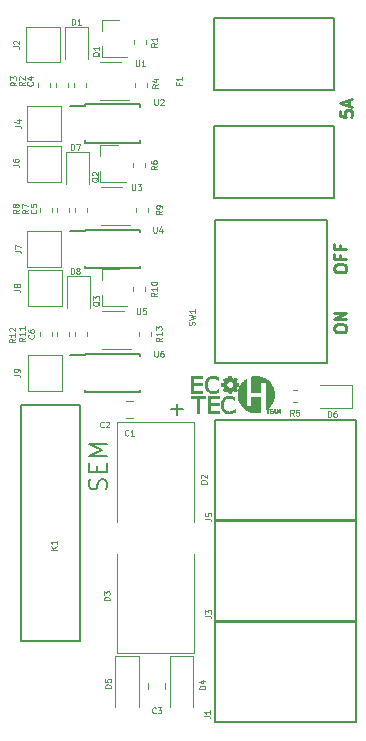
<source format=gto>
G04 #@! TF.GenerationSoftware,KiCad,Pcbnew,(5.0.2)-1*
G04 #@! TF.CreationDate,2019-05-09T17:57:12+02:00*
G04 #@! TF.ProjectId,SafetySupply,53616665-7479-4537-9570-706c792e6b69,rev?*
G04 #@! TF.SameCoordinates,Original*
G04 #@! TF.FileFunction,Legend,Top*
G04 #@! TF.FilePolarity,Positive*
%FSLAX46Y46*%
G04 Gerber Fmt 4.6, Leading zero omitted, Abs format (unit mm)*
G04 Created by KiCad (PCBNEW (5.0.2)-1) date 09.05.2019 17:57:12*
%MOMM*%
%LPD*%
G01*
G04 APERTURE LIST*
%ADD10C,0.200000*%
%ADD11C,0.250000*%
%ADD12C,0.010000*%
%ADD13C,0.150000*%
%ADD14C,0.120000*%
%ADD15C,0.100000*%
G04 APERTURE END LIST*
D10*
X143807142Y-101264285D02*
X143878571Y-101050000D01*
X143878571Y-100692857D01*
X143807142Y-100550000D01*
X143735714Y-100478571D01*
X143592857Y-100407142D01*
X143450000Y-100407142D01*
X143307142Y-100478571D01*
X143235714Y-100550000D01*
X143164285Y-100692857D01*
X143092857Y-100978571D01*
X143021428Y-101121428D01*
X142950000Y-101192857D01*
X142807142Y-101264285D01*
X142664285Y-101264285D01*
X142521428Y-101192857D01*
X142450000Y-101121428D01*
X142378571Y-100978571D01*
X142378571Y-100621428D01*
X142450000Y-100407142D01*
X143092857Y-99764285D02*
X143092857Y-99264285D01*
X143878571Y-99050000D02*
X143878571Y-99764285D01*
X142378571Y-99764285D01*
X142378571Y-99050000D01*
X143878571Y-98407142D02*
X142378571Y-98407142D01*
X143450000Y-97907142D01*
X142378571Y-97407142D01*
X143878571Y-97407142D01*
D11*
X163152380Y-82652380D02*
X163152380Y-82461904D01*
X163200000Y-82366666D01*
X163295238Y-82271428D01*
X163485714Y-82223809D01*
X163819047Y-82223809D01*
X164009523Y-82271428D01*
X164104761Y-82366666D01*
X164152380Y-82461904D01*
X164152380Y-82652380D01*
X164104761Y-82747619D01*
X164009523Y-82842857D01*
X163819047Y-82890476D01*
X163485714Y-82890476D01*
X163295238Y-82842857D01*
X163200000Y-82747619D01*
X163152380Y-82652380D01*
X163628571Y-81461904D02*
X163628571Y-81795238D01*
X164152380Y-81795238D02*
X163152380Y-81795238D01*
X163152380Y-81319047D01*
X163628571Y-80604761D02*
X163628571Y-80938095D01*
X164152380Y-80938095D02*
X163152380Y-80938095D01*
X163152380Y-80461904D01*
X163152380Y-87719047D02*
X163152380Y-87528571D01*
X163200000Y-87433333D01*
X163295238Y-87338095D01*
X163485714Y-87290476D01*
X163819047Y-87290476D01*
X164009523Y-87338095D01*
X164104761Y-87433333D01*
X164152380Y-87528571D01*
X164152380Y-87719047D01*
X164104761Y-87814285D01*
X164009523Y-87909523D01*
X163819047Y-87957142D01*
X163485714Y-87957142D01*
X163295238Y-87909523D01*
X163200000Y-87814285D01*
X163152380Y-87719047D01*
X164152380Y-86861904D02*
X163152380Y-86861904D01*
X164152380Y-86290476D01*
X163152380Y-86290476D01*
X163652380Y-69190476D02*
X163652380Y-69666666D01*
X164128571Y-69714285D01*
X164080952Y-69666666D01*
X164033333Y-69571428D01*
X164033333Y-69333333D01*
X164080952Y-69238095D01*
X164128571Y-69190476D01*
X164223809Y-69142857D01*
X164461904Y-69142857D01*
X164557142Y-69190476D01*
X164604761Y-69238095D01*
X164652380Y-69333333D01*
X164652380Y-69571428D01*
X164604761Y-69666666D01*
X164557142Y-69714285D01*
X164366666Y-68761904D02*
X164366666Y-68285714D01*
X164652380Y-68857142D02*
X163652380Y-68523809D01*
X164652380Y-68190476D01*
D12*
G04 #@! TO.C,*
G36*
X154284660Y-93352401D02*
X154362321Y-93359881D01*
X154430375Y-93372896D01*
X154432996Y-93373579D01*
X154463499Y-93382598D01*
X154502237Y-93395444D01*
X154545255Y-93410644D01*
X154588596Y-93426725D01*
X154628305Y-93442215D01*
X154660428Y-93455639D01*
X154681007Y-93465526D01*
X154682886Y-93466633D01*
X154687691Y-93474649D01*
X154690615Y-93492930D01*
X154691817Y-93523579D01*
X154691459Y-93568699D01*
X154691289Y-93576502D01*
X154688900Y-93679703D01*
X154629633Y-93636108D01*
X154555522Y-93588262D01*
X154474551Y-93547584D01*
X154393358Y-93517267D01*
X154367929Y-93510152D01*
X154307824Y-93499105D01*
X154240768Y-93493719D01*
X154173130Y-93494075D01*
X154111278Y-93500253D01*
X154080522Y-93506546D01*
X154001065Y-93535359D01*
X153930374Y-93578031D01*
X153868990Y-93633617D01*
X153817453Y-93701176D01*
X153776302Y-93779765D01*
X153746078Y-93868440D01*
X153727320Y-93966261D01*
X153720568Y-94072283D01*
X153722091Y-94132367D01*
X153734358Y-94241294D01*
X153758357Y-94339192D01*
X153793777Y-94425633D01*
X153840309Y-94500187D01*
X153897643Y-94562427D01*
X153965467Y-94611923D01*
X154043472Y-94648247D01*
X154108933Y-94666687D01*
X154168005Y-94674555D01*
X154235861Y-94676032D01*
X154305699Y-94671346D01*
X154370715Y-94660722D01*
X154384100Y-94657507D01*
X154441297Y-94638296D01*
X154504421Y-94609532D01*
X154567883Y-94574081D01*
X154626097Y-94534807D01*
X154631750Y-94530523D01*
X154693133Y-94483424D01*
X154693133Y-94692893D01*
X154635983Y-94719031D01*
X154572512Y-94746949D01*
X154517844Y-94768257D01*
X154466245Y-94785029D01*
X154418463Y-94797773D01*
X154371575Y-94806580D01*
X154314575Y-94813257D01*
X154252927Y-94817529D01*
X154192094Y-94819121D01*
X154137539Y-94817758D01*
X154098891Y-94813869D01*
X154006275Y-94794741D01*
X153926102Y-94768047D01*
X153854936Y-94732106D01*
X153789344Y-94685239D01*
X153736400Y-94636560D01*
X153680697Y-94574887D01*
X153640947Y-94518512D01*
X153633246Y-94504755D01*
X153595846Y-94418268D01*
X153568251Y-94321183D01*
X153550651Y-94216837D01*
X153543233Y-94108571D01*
X153546189Y-93999722D01*
X153559705Y-93893630D01*
X153583972Y-93793633D01*
X153591662Y-93770202D01*
X153633226Y-93674846D01*
X153687599Y-93590252D01*
X153753957Y-93517142D01*
X153831475Y-93456236D01*
X153919330Y-93408254D01*
X154016697Y-93373915D01*
X154055840Y-93364631D01*
X154125238Y-93354629D01*
X154203572Y-93350601D01*
X154284660Y-93352401D01*
X154284660Y-93352401D01*
G37*
X154284660Y-93352401D02*
X154362321Y-93359881D01*
X154430375Y-93372896D01*
X154432996Y-93373579D01*
X154463499Y-93382598D01*
X154502237Y-93395444D01*
X154545255Y-93410644D01*
X154588596Y-93426725D01*
X154628305Y-93442215D01*
X154660428Y-93455639D01*
X154681007Y-93465526D01*
X154682886Y-93466633D01*
X154687691Y-93474649D01*
X154690615Y-93492930D01*
X154691817Y-93523579D01*
X154691459Y-93568699D01*
X154691289Y-93576502D01*
X154688900Y-93679703D01*
X154629633Y-93636108D01*
X154555522Y-93588262D01*
X154474551Y-93547584D01*
X154393358Y-93517267D01*
X154367929Y-93510152D01*
X154307824Y-93499105D01*
X154240768Y-93493719D01*
X154173130Y-93494075D01*
X154111278Y-93500253D01*
X154080522Y-93506546D01*
X154001065Y-93535359D01*
X153930374Y-93578031D01*
X153868990Y-93633617D01*
X153817453Y-93701176D01*
X153776302Y-93779765D01*
X153746078Y-93868440D01*
X153727320Y-93966261D01*
X153720568Y-94072283D01*
X153722091Y-94132367D01*
X153734358Y-94241294D01*
X153758357Y-94339192D01*
X153793777Y-94425633D01*
X153840309Y-94500187D01*
X153897643Y-94562427D01*
X153965467Y-94611923D01*
X154043472Y-94648247D01*
X154108933Y-94666687D01*
X154168005Y-94674555D01*
X154235861Y-94676032D01*
X154305699Y-94671346D01*
X154370715Y-94660722D01*
X154384100Y-94657507D01*
X154441297Y-94638296D01*
X154504421Y-94609532D01*
X154567883Y-94574081D01*
X154626097Y-94534807D01*
X154631750Y-94530523D01*
X154693133Y-94483424D01*
X154693133Y-94692893D01*
X154635983Y-94719031D01*
X154572512Y-94746949D01*
X154517844Y-94768257D01*
X154466245Y-94785029D01*
X154418463Y-94797773D01*
X154371575Y-94806580D01*
X154314575Y-94813257D01*
X154252927Y-94817529D01*
X154192094Y-94819121D01*
X154137539Y-94817758D01*
X154098891Y-94813869D01*
X154006275Y-94794741D01*
X153926102Y-94768047D01*
X153854936Y-94732106D01*
X153789344Y-94685239D01*
X153736400Y-94636560D01*
X153680697Y-94574887D01*
X153640947Y-94518512D01*
X153633246Y-94504755D01*
X153595846Y-94418268D01*
X153568251Y-94321183D01*
X153550651Y-94216837D01*
X153543233Y-94108571D01*
X153546189Y-93999722D01*
X153559705Y-93893630D01*
X153583972Y-93793633D01*
X153591662Y-93770202D01*
X153633226Y-93674846D01*
X153687599Y-93590252D01*
X153753957Y-93517142D01*
X153831475Y-93456236D01*
X153919330Y-93408254D01*
X154016697Y-93373915D01*
X154055840Y-93364631D01*
X154125238Y-93354629D01*
X154203572Y-93350601D01*
X154284660Y-93352401D01*
G36*
X156562700Y-91669071D02*
X156710326Y-91682869D01*
X156855212Y-91709795D01*
X156994199Y-91749695D01*
X156995401Y-91750108D01*
X157054411Y-91772869D01*
X157121757Y-91802846D01*
X157192673Y-91837596D01*
X157262397Y-91874673D01*
X157326166Y-91911632D01*
X157379215Y-91946028D01*
X157384855Y-91950025D01*
X157485887Y-92029880D01*
X157583712Y-92121356D01*
X157674608Y-92220504D01*
X157754851Y-92323380D01*
X157798200Y-92388233D01*
X157875997Y-92528563D01*
X157938111Y-92673934D01*
X157984616Y-92823185D01*
X158015584Y-92975154D01*
X158031090Y-93128680D01*
X158031207Y-93282602D01*
X158016007Y-93435758D01*
X157985566Y-93586987D01*
X157939955Y-93735127D01*
X157879249Y-93879018D01*
X157803522Y-94017497D01*
X157712845Y-94149404D01*
X157684547Y-94185297D01*
X157635967Y-94241540D01*
X157581363Y-94298763D01*
X157524855Y-94352969D01*
X157470563Y-94400164D01*
X157433351Y-94428862D01*
X157409713Y-94446634D01*
X157392698Y-94460994D01*
X157385944Y-94468869D01*
X157385939Y-94468917D01*
X157393745Y-94471211D01*
X157415449Y-94473136D01*
X157448019Y-94474527D01*
X157488421Y-94475219D01*
X157502655Y-94475267D01*
X157550138Y-94475525D01*
X157583132Y-94476477D01*
X157604074Y-94478388D01*
X157615406Y-94481520D01*
X157619564Y-94486140D01*
X157619778Y-94487967D01*
X157616224Y-94494949D01*
X157603477Y-94498903D01*
X157578402Y-94500518D01*
X157562117Y-94500667D01*
X157504457Y-94500667D01*
X157502145Y-94650841D01*
X157501112Y-94705604D01*
X157499797Y-94745663D01*
X157497976Y-94773245D01*
X157495423Y-94790580D01*
X157491913Y-94799896D01*
X157487221Y-94803422D01*
X157486720Y-94803534D01*
X157471668Y-94802484D01*
X157467670Y-94800115D01*
X157465731Y-94790093D01*
X157464058Y-94766009D01*
X157462761Y-94730736D01*
X157461953Y-94687143D01*
X157461733Y-94647422D01*
X157461733Y-94500667D01*
X157323467Y-94500667D01*
X157329009Y-93349200D01*
X157334552Y-92197733D01*
X156886000Y-92197733D01*
X156884025Y-92538516D01*
X156883584Y-92615412D01*
X156883170Y-92689140D01*
X156882795Y-92757493D01*
X156882471Y-92818261D01*
X156882208Y-92869237D01*
X156882020Y-92908211D01*
X156881918Y-92932975D01*
X156881908Y-92936464D01*
X156881766Y-92993629D01*
X156490183Y-92993614D01*
X156098600Y-92993600D01*
X156098600Y-91717143D01*
X156134949Y-91707991D01*
X156271854Y-91681477D01*
X156415490Y-91668556D01*
X156562700Y-91669071D01*
X156562700Y-91669071D01*
G37*
X156562700Y-91669071D02*
X156710326Y-91682869D01*
X156855212Y-91709795D01*
X156994199Y-91749695D01*
X156995401Y-91750108D01*
X157054411Y-91772869D01*
X157121757Y-91802846D01*
X157192673Y-91837596D01*
X157262397Y-91874673D01*
X157326166Y-91911632D01*
X157379215Y-91946028D01*
X157384855Y-91950025D01*
X157485887Y-92029880D01*
X157583712Y-92121356D01*
X157674608Y-92220504D01*
X157754851Y-92323380D01*
X157798200Y-92388233D01*
X157875997Y-92528563D01*
X157938111Y-92673934D01*
X157984616Y-92823185D01*
X158015584Y-92975154D01*
X158031090Y-93128680D01*
X158031207Y-93282602D01*
X158016007Y-93435758D01*
X157985566Y-93586987D01*
X157939955Y-93735127D01*
X157879249Y-93879018D01*
X157803522Y-94017497D01*
X157712845Y-94149404D01*
X157684547Y-94185297D01*
X157635967Y-94241540D01*
X157581363Y-94298763D01*
X157524855Y-94352969D01*
X157470563Y-94400164D01*
X157433351Y-94428862D01*
X157409713Y-94446634D01*
X157392698Y-94460994D01*
X157385944Y-94468869D01*
X157385939Y-94468917D01*
X157393745Y-94471211D01*
X157415449Y-94473136D01*
X157448019Y-94474527D01*
X157488421Y-94475219D01*
X157502655Y-94475267D01*
X157550138Y-94475525D01*
X157583132Y-94476477D01*
X157604074Y-94478388D01*
X157615406Y-94481520D01*
X157619564Y-94486140D01*
X157619778Y-94487967D01*
X157616224Y-94494949D01*
X157603477Y-94498903D01*
X157578402Y-94500518D01*
X157562117Y-94500667D01*
X157504457Y-94500667D01*
X157502145Y-94650841D01*
X157501112Y-94705604D01*
X157499797Y-94745663D01*
X157497976Y-94773245D01*
X157495423Y-94790580D01*
X157491913Y-94799896D01*
X157487221Y-94803422D01*
X157486720Y-94803534D01*
X157471668Y-94802484D01*
X157467670Y-94800115D01*
X157465731Y-94790093D01*
X157464058Y-94766009D01*
X157462761Y-94730736D01*
X157461953Y-94687143D01*
X157461733Y-94647422D01*
X157461733Y-94500667D01*
X157323467Y-94500667D01*
X157329009Y-93349200D01*
X157334552Y-92197733D01*
X156886000Y-92197733D01*
X156884025Y-92538516D01*
X156883584Y-92615412D01*
X156883170Y-92689140D01*
X156882795Y-92757493D01*
X156882471Y-92818261D01*
X156882208Y-92869237D01*
X156882020Y-92908211D01*
X156881918Y-92932975D01*
X156881908Y-92936464D01*
X156881766Y-92993629D01*
X156490183Y-92993614D01*
X156098600Y-92993600D01*
X156098600Y-91717143D01*
X156134949Y-91707991D01*
X156271854Y-91681477D01*
X156415490Y-91668556D01*
X156562700Y-91669071D01*
G36*
X157824065Y-94475566D02*
X157854517Y-94476669D01*
X157873137Y-94478881D01*
X157882471Y-94482508D01*
X157885066Y-94487854D01*
X157885066Y-94487967D01*
X157882341Y-94493766D01*
X157872342Y-94497539D01*
X157852337Y-94499675D01*
X157819591Y-94500566D01*
X157796166Y-94500667D01*
X157707266Y-94500667D01*
X157707266Y-94610733D01*
X157791933Y-94610733D01*
X157831415Y-94611153D01*
X157856763Y-94612690D01*
X157870763Y-94615764D01*
X157876199Y-94620790D01*
X157876600Y-94623433D01*
X157873802Y-94629355D01*
X157863552Y-94633158D01*
X157843064Y-94635258D01*
X157809553Y-94636073D01*
X157791933Y-94636133D01*
X157707266Y-94636133D01*
X157707266Y-94771600D01*
X157796787Y-94771600D01*
X157836669Y-94771852D01*
X157862453Y-94772931D01*
X157876973Y-94775321D01*
X157883061Y-94779507D01*
X157883549Y-94785972D01*
X157883468Y-94786417D01*
X157880421Y-94792734D01*
X157872272Y-94797132D01*
X157856235Y-94800062D01*
X157829526Y-94801972D01*
X157789357Y-94803314D01*
X157777013Y-94803610D01*
X157673400Y-94805988D01*
X157673400Y-94475267D01*
X157779233Y-94475267D01*
X157824065Y-94475566D01*
X157824065Y-94475566D01*
G37*
X157824065Y-94475566D02*
X157854517Y-94476669D01*
X157873137Y-94478881D01*
X157882471Y-94482508D01*
X157885066Y-94487854D01*
X157885066Y-94487967D01*
X157882341Y-94493766D01*
X157872342Y-94497539D01*
X157852337Y-94499675D01*
X157819591Y-94500566D01*
X157796166Y-94500667D01*
X157707266Y-94500667D01*
X157707266Y-94610733D01*
X157791933Y-94610733D01*
X157831415Y-94611153D01*
X157856763Y-94612690D01*
X157870763Y-94615764D01*
X157876199Y-94620790D01*
X157876600Y-94623433D01*
X157873802Y-94629355D01*
X157863552Y-94633158D01*
X157843064Y-94635258D01*
X157809553Y-94636073D01*
X157791933Y-94636133D01*
X157707266Y-94636133D01*
X157707266Y-94771600D01*
X157796787Y-94771600D01*
X157836669Y-94771852D01*
X157862453Y-94772931D01*
X157876973Y-94775321D01*
X157883061Y-94779507D01*
X157883549Y-94785972D01*
X157883468Y-94786417D01*
X157880421Y-94792734D01*
X157872272Y-94797132D01*
X157856235Y-94800062D01*
X157829526Y-94801972D01*
X157789357Y-94803314D01*
X157777013Y-94803610D01*
X157673400Y-94805988D01*
X157673400Y-94475267D01*
X157779233Y-94475267D01*
X157824065Y-94475566D01*
G36*
X158143447Y-94633115D02*
X158161637Y-94681888D01*
X158177843Y-94725277D01*
X158191125Y-94760770D01*
X158200542Y-94785851D01*
X158205151Y-94798005D01*
X158205389Y-94798605D01*
X158200528Y-94803832D01*
X158188403Y-94805467D01*
X158176137Y-94802760D01*
X158166304Y-94792273D01*
X158156179Y-94770449D01*
X158151089Y-94756783D01*
X158133583Y-94708100D01*
X157984280Y-94708100D01*
X157966898Y-94756783D01*
X157954337Y-94786836D01*
X157942898Y-94802249D01*
X157934225Y-94805467D01*
X157921643Y-94800660D01*
X157919404Y-94794883D01*
X157922406Y-94783956D01*
X157930482Y-94759841D01*
X157942700Y-94725182D01*
X157958125Y-94682623D01*
X157962382Y-94671123D01*
X157997856Y-94671123D01*
X158003154Y-94675566D01*
X158018206Y-94677748D01*
X158046089Y-94678436D01*
X158058633Y-94678467D01*
X158091430Y-94678102D01*
X158110380Y-94676496D01*
X158118563Y-94672881D01*
X158119061Y-94666489D01*
X158118068Y-94663650D01*
X158112591Y-94649217D01*
X158103063Y-94623531D01*
X158091211Y-94591258D01*
X158086566Y-94578535D01*
X158074922Y-94547678D01*
X158065371Y-94524382D01*
X158059350Y-94512059D01*
X158058157Y-94511020D01*
X158054138Y-94519691D01*
X158045826Y-94540406D01*
X158034753Y-94569310D01*
X158030258Y-94581319D01*
X158017978Y-94614207D01*
X158007422Y-94642258D01*
X158000395Y-94660682D01*
X157999232Y-94663650D01*
X157997856Y-94671123D01*
X157962382Y-94671123D01*
X157975826Y-94634808D01*
X157976914Y-94631900D01*
X157996738Y-94579187D01*
X158011822Y-94540231D01*
X158023297Y-94512907D01*
X158032291Y-94495087D01*
X158039932Y-94484644D01*
X158047350Y-94479453D01*
X158055673Y-94477386D01*
X158059141Y-94476994D01*
X158084327Y-94474487D01*
X158143447Y-94633115D01*
X158143447Y-94633115D01*
G37*
X158143447Y-94633115D02*
X158161637Y-94681888D01*
X158177843Y-94725277D01*
X158191125Y-94760770D01*
X158200542Y-94785851D01*
X158205151Y-94798005D01*
X158205389Y-94798605D01*
X158200528Y-94803832D01*
X158188403Y-94805467D01*
X158176137Y-94802760D01*
X158166304Y-94792273D01*
X158156179Y-94770449D01*
X158151089Y-94756783D01*
X158133583Y-94708100D01*
X157984280Y-94708100D01*
X157966898Y-94756783D01*
X157954337Y-94786836D01*
X157942898Y-94802249D01*
X157934225Y-94805467D01*
X157921643Y-94800660D01*
X157919404Y-94794883D01*
X157922406Y-94783956D01*
X157930482Y-94759841D01*
X157942700Y-94725182D01*
X157958125Y-94682623D01*
X157962382Y-94671123D01*
X157997856Y-94671123D01*
X158003154Y-94675566D01*
X158018206Y-94677748D01*
X158046089Y-94678436D01*
X158058633Y-94678467D01*
X158091430Y-94678102D01*
X158110380Y-94676496D01*
X158118563Y-94672881D01*
X158119061Y-94666489D01*
X158118068Y-94663650D01*
X158112591Y-94649217D01*
X158103063Y-94623531D01*
X158091211Y-94591258D01*
X158086566Y-94578535D01*
X158074922Y-94547678D01*
X158065371Y-94524382D01*
X158059350Y-94512059D01*
X158058157Y-94511020D01*
X158054138Y-94519691D01*
X158045826Y-94540406D01*
X158034753Y-94569310D01*
X158030258Y-94581319D01*
X158017978Y-94614207D01*
X158007422Y-94642258D01*
X158000395Y-94660682D01*
X157999232Y-94663650D01*
X157997856Y-94671123D01*
X157962382Y-94671123D01*
X157975826Y-94634808D01*
X157976914Y-94631900D01*
X157996738Y-94579187D01*
X158011822Y-94540231D01*
X158023297Y-94512907D01*
X158032291Y-94495087D01*
X158039932Y-94484644D01*
X158047350Y-94479453D01*
X158055673Y-94477386D01*
X158059141Y-94476994D01*
X158084327Y-94474487D01*
X158143447Y-94633115D01*
G36*
X158291720Y-94476465D02*
X158301006Y-94481729D01*
X158310916Y-94493564D01*
X158323322Y-94514474D01*
X158340093Y-94546963D01*
X158350733Y-94568400D01*
X158368703Y-94604067D01*
X158384201Y-94633422D01*
X158395631Y-94653542D01*
X158401402Y-94661506D01*
X158401533Y-94661533D01*
X158406913Y-94654393D01*
X158418049Y-94634920D01*
X158433347Y-94606037D01*
X158451214Y-94570666D01*
X158452333Y-94568400D01*
X158471997Y-94529162D01*
X158486358Y-94502759D01*
X158497286Y-94486686D01*
X158506651Y-94478440D01*
X158516323Y-94475516D01*
X158521876Y-94475267D01*
X158545467Y-94475267D01*
X158545467Y-94640367D01*
X158545394Y-94697076D01*
X158545026Y-94739061D01*
X158544140Y-94768530D01*
X158542512Y-94787690D01*
X158539917Y-94798751D01*
X158536132Y-94803921D01*
X158530933Y-94805408D01*
X158528733Y-94805467D01*
X158522651Y-94804625D01*
X158518192Y-94800534D01*
X158515051Y-94790848D01*
X158512920Y-94773219D01*
X158511491Y-94745299D01*
X158510459Y-94704741D01*
X158509683Y-94659821D01*
X158507367Y-94514176D01*
X158459004Y-94613255D01*
X158440330Y-94650214D01*
X158423616Y-94680911D01*
X158410505Y-94702490D01*
X158402643Y-94712096D01*
X158401923Y-94712333D01*
X158395068Y-94705192D01*
X158382469Y-94685648D01*
X158365802Y-94656519D01*
X158346742Y-94620624D01*
X158342774Y-94612850D01*
X158292345Y-94513367D01*
X158291906Y-94659417D01*
X158291659Y-94712300D01*
X158291099Y-94750598D01*
X158289948Y-94776657D01*
X158287925Y-94792826D01*
X158284751Y-94801452D01*
X158280148Y-94804882D01*
X158274533Y-94805467D01*
X158268718Y-94804788D01*
X158264413Y-94801278D01*
X158261391Y-94792727D01*
X158259426Y-94776927D01*
X158258291Y-94751667D01*
X158257761Y-94714738D01*
X158257607Y-94663930D01*
X158257600Y-94640367D01*
X158257600Y-94475267D01*
X158281190Y-94475267D01*
X158291720Y-94476465D01*
X158291720Y-94476465D01*
G37*
X158291720Y-94476465D02*
X158301006Y-94481729D01*
X158310916Y-94493564D01*
X158323322Y-94514474D01*
X158340093Y-94546963D01*
X158350733Y-94568400D01*
X158368703Y-94604067D01*
X158384201Y-94633422D01*
X158395631Y-94653542D01*
X158401402Y-94661506D01*
X158401533Y-94661533D01*
X158406913Y-94654393D01*
X158418049Y-94634920D01*
X158433347Y-94606037D01*
X158451214Y-94570666D01*
X158452333Y-94568400D01*
X158471997Y-94529162D01*
X158486358Y-94502759D01*
X158497286Y-94486686D01*
X158506651Y-94478440D01*
X158516323Y-94475516D01*
X158521876Y-94475267D01*
X158545467Y-94475267D01*
X158545467Y-94640367D01*
X158545394Y-94697076D01*
X158545026Y-94739061D01*
X158544140Y-94768530D01*
X158542512Y-94787690D01*
X158539917Y-94798751D01*
X158536132Y-94803921D01*
X158530933Y-94805408D01*
X158528733Y-94805467D01*
X158522651Y-94804625D01*
X158518192Y-94800534D01*
X158515051Y-94790848D01*
X158512920Y-94773219D01*
X158511491Y-94745299D01*
X158510459Y-94704741D01*
X158509683Y-94659821D01*
X158507367Y-94514176D01*
X158459004Y-94613255D01*
X158440330Y-94650214D01*
X158423616Y-94680911D01*
X158410505Y-94702490D01*
X158402643Y-94712096D01*
X158401923Y-94712333D01*
X158395068Y-94705192D01*
X158382469Y-94685648D01*
X158365802Y-94656519D01*
X158346742Y-94620624D01*
X158342774Y-94612850D01*
X158292345Y-94513367D01*
X158291906Y-94659417D01*
X158291659Y-94712300D01*
X158291099Y-94750598D01*
X158289948Y-94776657D01*
X158287925Y-94792826D01*
X158284751Y-94801452D01*
X158280148Y-94804882D01*
X158274533Y-94805467D01*
X158268718Y-94804788D01*
X158264413Y-94801278D01*
X158261391Y-94792727D01*
X158259426Y-94776927D01*
X158258291Y-94751667D01*
X158257761Y-94714738D01*
X158257607Y-94663930D01*
X158257600Y-94640367D01*
X158257600Y-94475267D01*
X158281190Y-94475267D01*
X158291720Y-94476465D01*
G36*
X152229333Y-93518533D02*
X151721333Y-93518533D01*
X151721333Y-94797000D01*
X151543533Y-94797000D01*
X151543533Y-93518533D01*
X151039766Y-93518533D01*
X151039766Y-93374600D01*
X152229333Y-93374600D01*
X152229333Y-93518533D01*
X152229333Y-93518533D01*
G37*
X152229333Y-93518533D02*
X151721333Y-93518533D01*
X151721333Y-94797000D01*
X151543533Y-94797000D01*
X151543533Y-93518533D01*
X151039766Y-93518533D01*
X151039766Y-93374600D01*
X152229333Y-93374600D01*
X152229333Y-93518533D01*
G36*
X153355400Y-93518533D02*
X152601867Y-93518533D01*
X152601867Y-93941867D01*
X153338467Y-93941867D01*
X153338467Y-94094267D01*
X152601867Y-94094267D01*
X152601867Y-94644600D01*
X153355400Y-94644600D01*
X153355400Y-94797000D01*
X152432533Y-94797000D01*
X152432533Y-93374600D01*
X153355400Y-93374600D01*
X153355400Y-93518533D01*
X153355400Y-93518533D01*
G37*
X153355400Y-93518533D02*
X152601867Y-93518533D01*
X152601867Y-93941867D01*
X153338467Y-93941867D01*
X153338467Y-94094267D01*
X152601867Y-94094267D01*
X152601867Y-94644600D01*
X153355400Y-94644600D01*
X153355400Y-94797000D01*
X152432533Y-94797000D01*
X152432533Y-93374600D01*
X153355400Y-93374600D01*
X153355400Y-93518533D01*
G36*
X155647780Y-93068478D02*
X155649927Y-94221267D01*
X156098600Y-94221267D01*
X156098600Y-93442333D01*
X156877533Y-93442333D01*
X156877533Y-94702509D01*
X156820383Y-94715322D01*
X156732703Y-94731367D01*
X156636085Y-94742849D01*
X156536882Y-94749334D01*
X156441448Y-94750387D01*
X156365300Y-94746446D01*
X156201739Y-94723687D01*
X156044763Y-94685380D01*
X155894716Y-94631689D01*
X155751938Y-94562777D01*
X155616774Y-94478807D01*
X155489564Y-94379944D01*
X155378933Y-94275023D01*
X155291757Y-94177407D01*
X155217098Y-94077909D01*
X155150950Y-93970948D01*
X155121639Y-93916467D01*
X155054677Y-93768799D01*
X155003998Y-93617680D01*
X154969541Y-93464090D01*
X154951247Y-93309012D01*
X154949055Y-93153428D01*
X154962906Y-92998318D01*
X154992739Y-92844666D01*
X155038495Y-92693451D01*
X155100113Y-92545658D01*
X155177533Y-92402266D01*
X155218112Y-92338539D01*
X155265078Y-92274479D01*
X155322711Y-92205675D01*
X155387185Y-92136137D01*
X155454671Y-92069875D01*
X155521343Y-92010899D01*
X155560512Y-91979811D01*
X155645633Y-91915690D01*
X155647780Y-93068478D01*
X155647780Y-93068478D01*
G37*
X155647780Y-93068478D02*
X155649927Y-94221267D01*
X156098600Y-94221267D01*
X156098600Y-93442333D01*
X156877533Y-93442333D01*
X156877533Y-94702509D01*
X156820383Y-94715322D01*
X156732703Y-94731367D01*
X156636085Y-94742849D01*
X156536882Y-94749334D01*
X156441448Y-94750387D01*
X156365300Y-94746446D01*
X156201739Y-94723687D01*
X156044763Y-94685380D01*
X155894716Y-94631689D01*
X155751938Y-94562777D01*
X155616774Y-94478807D01*
X155489564Y-94379944D01*
X155378933Y-94275023D01*
X155291757Y-94177407D01*
X155217098Y-94077909D01*
X155150950Y-93970948D01*
X155121639Y-93916467D01*
X155054677Y-93768799D01*
X155003998Y-93617680D01*
X154969541Y-93464090D01*
X154951247Y-93309012D01*
X154949055Y-93153428D01*
X154962906Y-92998318D01*
X154992739Y-92844666D01*
X155038495Y-92693451D01*
X155100113Y-92545658D01*
X155177533Y-92402266D01*
X155218112Y-92338539D01*
X155265078Y-92274479D01*
X155322711Y-92205675D01*
X155387185Y-92136137D01*
X155454671Y-92069875D01*
X155521343Y-92010899D01*
X155560512Y-91979811D01*
X155645633Y-91915690D01*
X155647780Y-93068478D01*
G36*
X151975333Y-91816733D02*
X151595744Y-91816733D01*
X151517247Y-91816809D01*
X151444077Y-91817026D01*
X151377947Y-91817370D01*
X151320573Y-91817823D01*
X151273667Y-91818370D01*
X151238944Y-91818995D01*
X151218117Y-91819684D01*
X151212628Y-91820248D01*
X151211755Y-91829327D01*
X151211150Y-91853025D01*
X151210823Y-91889031D01*
X151210787Y-91935034D01*
X151211053Y-91988722D01*
X151211501Y-92036404D01*
X151213902Y-92249044D01*
X151586154Y-92246672D01*
X151958407Y-92244300D01*
X151958403Y-92318295D01*
X151958400Y-92392290D01*
X151585623Y-92394495D01*
X151212847Y-92396700D01*
X151212847Y-92955500D01*
X151975333Y-92959906D01*
X151975333Y-93112133D01*
X151035533Y-93112133D01*
X151035533Y-91664333D01*
X151975333Y-91664333D01*
X151975333Y-91816733D01*
X151975333Y-91816733D01*
G37*
X151975333Y-91816733D02*
X151595744Y-91816733D01*
X151517247Y-91816809D01*
X151444077Y-91817026D01*
X151377947Y-91817370D01*
X151320573Y-91817823D01*
X151273667Y-91818370D01*
X151238944Y-91818995D01*
X151218117Y-91819684D01*
X151212628Y-91820248D01*
X151211755Y-91829327D01*
X151211150Y-91853025D01*
X151210823Y-91889031D01*
X151210787Y-91935034D01*
X151211053Y-91988722D01*
X151211501Y-92036404D01*
X151213902Y-92249044D01*
X151586154Y-92246672D01*
X151958407Y-92244300D01*
X151958403Y-92318295D01*
X151958400Y-92392290D01*
X151585623Y-92394495D01*
X151212847Y-92396700D01*
X151212847Y-92955500D01*
X151975333Y-92959906D01*
X151975333Y-93112133D01*
X151035533Y-93112133D01*
X151035533Y-91664333D01*
X151975333Y-91664333D01*
X151975333Y-91816733D01*
G36*
X152936489Y-91667647D02*
X153018340Y-91678147D01*
X153098722Y-91697152D01*
X153182845Y-91725795D01*
X153243217Y-91750649D01*
X153321533Y-91784710D01*
X153321533Y-91885388D01*
X153321179Y-91924419D01*
X153320214Y-91956400D01*
X153318785Y-91978045D01*
X153317040Y-91986066D01*
X153317028Y-91986067D01*
X153308598Y-91981513D01*
X153289610Y-91969272D01*
X153263305Y-91951469D01*
X153245706Y-91939247D01*
X153156022Y-91883411D01*
X153067691Y-91843166D01*
X152978117Y-91817637D01*
X152884705Y-91805949D01*
X152847400Y-91804955D01*
X152754397Y-91811814D01*
X152670728Y-91832779D01*
X152596210Y-91867950D01*
X152530663Y-91917424D01*
X152473902Y-91981303D01*
X152445429Y-92024167D01*
X152410321Y-92096475D01*
X152383811Y-92180154D01*
X152366533Y-92271625D01*
X152359126Y-92367313D01*
X152362226Y-92463642D01*
X152364035Y-92481543D01*
X152381495Y-92585590D01*
X152409218Y-92676650D01*
X152447625Y-92755515D01*
X152497136Y-92822976D01*
X152558170Y-92879825D01*
X152586030Y-92899854D01*
X152637159Y-92929971D01*
X152688274Y-92950812D01*
X152743907Y-92963577D01*
X152808587Y-92969465D01*
X152851633Y-92970203D01*
X152945586Y-92965038D01*
X153029699Y-92949170D01*
X153108033Y-92921217D01*
X153184651Y-92879799D01*
X153248342Y-92835356D01*
X153278770Y-92812294D01*
X153299345Y-92798771D01*
X153311989Y-92796154D01*
X153318624Y-92805808D01*
X153321172Y-92829102D01*
X153321555Y-92867402D01*
X153321533Y-92887412D01*
X153321533Y-92986235D01*
X153258781Y-93015228D01*
X153198046Y-93041068D01*
X153133201Y-93064850D01*
X153069721Y-93084774D01*
X153013084Y-93099041D01*
X152991333Y-93103128D01*
X152946314Y-93108057D01*
X152891164Y-93110599D01*
X152831463Y-93110821D01*
X152772788Y-93108791D01*
X152720716Y-93104574D01*
X152686533Y-93099467D01*
X152586422Y-93071411D01*
X152496237Y-93029747D01*
X152416391Y-92974876D01*
X152347298Y-92907198D01*
X152289371Y-92827115D01*
X152243025Y-92735027D01*
X152210421Y-92638000D01*
X152203732Y-92611176D01*
X152198785Y-92585872D01*
X152195323Y-92558829D01*
X152193094Y-92526790D01*
X152191841Y-92486494D01*
X152191311Y-92434683D01*
X152191233Y-92392466D01*
X152192055Y-92314478D01*
X152194978Y-92249836D01*
X152200689Y-92195016D01*
X152209873Y-92146489D01*
X152223216Y-92100729D01*
X152241405Y-92054209D01*
X152265126Y-92003404D01*
X152268076Y-91997454D01*
X152320189Y-91910417D01*
X152383259Y-91836177D01*
X152456908Y-91774953D01*
X152540762Y-91726958D01*
X152634443Y-91692410D01*
X152737576Y-91671523D01*
X152847962Y-91664516D01*
X152936489Y-91667647D01*
X152936489Y-91667647D01*
G37*
X152936489Y-91667647D02*
X153018340Y-91678147D01*
X153098722Y-91697152D01*
X153182845Y-91725795D01*
X153243217Y-91750649D01*
X153321533Y-91784710D01*
X153321533Y-91885388D01*
X153321179Y-91924419D01*
X153320214Y-91956400D01*
X153318785Y-91978045D01*
X153317040Y-91986066D01*
X153317028Y-91986067D01*
X153308598Y-91981513D01*
X153289610Y-91969272D01*
X153263305Y-91951469D01*
X153245706Y-91939247D01*
X153156022Y-91883411D01*
X153067691Y-91843166D01*
X152978117Y-91817637D01*
X152884705Y-91805949D01*
X152847400Y-91804955D01*
X152754397Y-91811814D01*
X152670728Y-91832779D01*
X152596210Y-91867950D01*
X152530663Y-91917424D01*
X152473902Y-91981303D01*
X152445429Y-92024167D01*
X152410321Y-92096475D01*
X152383811Y-92180154D01*
X152366533Y-92271625D01*
X152359126Y-92367313D01*
X152362226Y-92463642D01*
X152364035Y-92481543D01*
X152381495Y-92585590D01*
X152409218Y-92676650D01*
X152447625Y-92755515D01*
X152497136Y-92822976D01*
X152558170Y-92879825D01*
X152586030Y-92899854D01*
X152637159Y-92929971D01*
X152688274Y-92950812D01*
X152743907Y-92963577D01*
X152808587Y-92969465D01*
X152851633Y-92970203D01*
X152945586Y-92965038D01*
X153029699Y-92949170D01*
X153108033Y-92921217D01*
X153184651Y-92879799D01*
X153248342Y-92835356D01*
X153278770Y-92812294D01*
X153299345Y-92798771D01*
X153311989Y-92796154D01*
X153318624Y-92805808D01*
X153321172Y-92829102D01*
X153321555Y-92867402D01*
X153321533Y-92887412D01*
X153321533Y-92986235D01*
X153258781Y-93015228D01*
X153198046Y-93041068D01*
X153133201Y-93064850D01*
X153069721Y-93084774D01*
X153013084Y-93099041D01*
X152991333Y-93103128D01*
X152946314Y-93108057D01*
X152891164Y-93110599D01*
X152831463Y-93110821D01*
X152772788Y-93108791D01*
X152720716Y-93104574D01*
X152686533Y-93099467D01*
X152586422Y-93071411D01*
X152496237Y-93029747D01*
X152416391Y-92974876D01*
X152347298Y-92907198D01*
X152289371Y-92827115D01*
X152243025Y-92735027D01*
X152210421Y-92638000D01*
X152203732Y-92611176D01*
X152198785Y-92585872D01*
X152195323Y-92558829D01*
X152193094Y-92526790D01*
X152191841Y-92486494D01*
X152191311Y-92434683D01*
X152191233Y-92392466D01*
X152192055Y-92314478D01*
X152194978Y-92249836D01*
X152200689Y-92195016D01*
X152209873Y-92146489D01*
X152223216Y-92100729D01*
X152241405Y-92054209D01*
X152265126Y-92003404D01*
X152268076Y-91997454D01*
X152320189Y-91910417D01*
X152383259Y-91836177D01*
X152456908Y-91774953D01*
X152540762Y-91726958D01*
X152634443Y-91692410D01*
X152737576Y-91671523D01*
X152847962Y-91664516D01*
X152936489Y-91667647D01*
G36*
X154206635Y-91671505D02*
X154230254Y-91672179D01*
X154263765Y-91672633D01*
X154303551Y-91672800D01*
X154405036Y-91672800D01*
X154432668Y-91763100D01*
X154460300Y-91853399D01*
X154553296Y-91894531D01*
X154644423Y-91849569D01*
X154735551Y-91804606D01*
X154791180Y-91859353D01*
X154818191Y-91886662D01*
X154842329Y-91912357D01*
X154859663Y-91932207D01*
X154863669Y-91937366D01*
X154880529Y-91960633D01*
X154836566Y-92044700D01*
X154792603Y-92128766D01*
X154812072Y-92175740D01*
X154831542Y-92222713D01*
X154923204Y-92253257D01*
X155014867Y-92283800D01*
X155014867Y-92499330D01*
X154923642Y-92526974D01*
X154832418Y-92554618D01*
X154813876Y-92605529D01*
X154795334Y-92656439D01*
X154838107Y-92741673D01*
X154880879Y-92826906D01*
X154731233Y-92976184D01*
X154560211Y-92888748D01*
X154460351Y-92931874D01*
X154429581Y-93019887D01*
X154398812Y-93107900D01*
X154293618Y-93110257D01*
X154188425Y-93112615D01*
X154159262Y-93022032D01*
X154130100Y-92931450D01*
X154080498Y-92910251D01*
X154030896Y-92889053D01*
X153944178Y-92932181D01*
X153857461Y-92975308D01*
X153783529Y-92901032D01*
X153709597Y-92826755D01*
X153752919Y-92740426D01*
X153796241Y-92654096D01*
X153776904Y-92603908D01*
X153757566Y-92553719D01*
X153579766Y-92497825D01*
X153577403Y-92390895D01*
X153577358Y-92388844D01*
X154001814Y-92388844D01*
X154006704Y-92450314D01*
X154022902Y-92505857D01*
X154025213Y-92511000D01*
X154054740Y-92563738D01*
X154089958Y-92604974D01*
X154125770Y-92633699D01*
X154188238Y-92667252D01*
X154254438Y-92684742D01*
X154322360Y-92686020D01*
X154389993Y-92670935D01*
X154425267Y-92656139D01*
X154483955Y-92618706D01*
X154530821Y-92569604D01*
X154564989Y-92512016D01*
X154576804Y-92483678D01*
X154583632Y-92457034D01*
X154586709Y-92425451D01*
X154587300Y-92392288D01*
X154586558Y-92354036D01*
X154583342Y-92325812D01*
X154576162Y-92300741D01*
X154563531Y-92271949D01*
X154559428Y-92263527D01*
X154523497Y-92206383D01*
X154476836Y-92160750D01*
X154417151Y-92124414D01*
X154413733Y-92122778D01*
X154385849Y-92111085D01*
X154359377Y-92104333D01*
X154327748Y-92101301D01*
X154295200Y-92100733D01*
X154254852Y-92101721D01*
X154224646Y-92105521D01*
X154197859Y-92113387D01*
X154175003Y-92123157D01*
X154120325Y-92156926D01*
X154071768Y-92202866D01*
X154034036Y-92256272D01*
X154025891Y-92272269D01*
X154008216Y-92327483D01*
X154001814Y-92388844D01*
X153577358Y-92388844D01*
X153575039Y-92283965D01*
X153667611Y-92253118D01*
X153760183Y-92222272D01*
X153779333Y-92175088D01*
X153798484Y-92127903D01*
X153755421Y-92041316D01*
X153712358Y-91954728D01*
X153787968Y-91879468D01*
X153863578Y-91804209D01*
X153950272Y-91849624D01*
X154036966Y-91895038D01*
X154082933Y-91874603D01*
X154128900Y-91854167D01*
X154159844Y-91761367D01*
X154172454Y-91725090D01*
X154183603Y-91695835D01*
X154192046Y-91676691D01*
X154196428Y-91670683D01*
X154206635Y-91671505D01*
X154206635Y-91671505D01*
G37*
X154206635Y-91671505D02*
X154230254Y-91672179D01*
X154263765Y-91672633D01*
X154303551Y-91672800D01*
X154405036Y-91672800D01*
X154432668Y-91763100D01*
X154460300Y-91853399D01*
X154553296Y-91894531D01*
X154644423Y-91849569D01*
X154735551Y-91804606D01*
X154791180Y-91859353D01*
X154818191Y-91886662D01*
X154842329Y-91912357D01*
X154859663Y-91932207D01*
X154863669Y-91937366D01*
X154880529Y-91960633D01*
X154836566Y-92044700D01*
X154792603Y-92128766D01*
X154812072Y-92175740D01*
X154831542Y-92222713D01*
X154923204Y-92253257D01*
X155014867Y-92283800D01*
X155014867Y-92499330D01*
X154923642Y-92526974D01*
X154832418Y-92554618D01*
X154813876Y-92605529D01*
X154795334Y-92656439D01*
X154838107Y-92741673D01*
X154880879Y-92826906D01*
X154731233Y-92976184D01*
X154560211Y-92888748D01*
X154460351Y-92931874D01*
X154429581Y-93019887D01*
X154398812Y-93107900D01*
X154293618Y-93110257D01*
X154188425Y-93112615D01*
X154159262Y-93022032D01*
X154130100Y-92931450D01*
X154080498Y-92910251D01*
X154030896Y-92889053D01*
X153944178Y-92932181D01*
X153857461Y-92975308D01*
X153783529Y-92901032D01*
X153709597Y-92826755D01*
X153752919Y-92740426D01*
X153796241Y-92654096D01*
X153776904Y-92603908D01*
X153757566Y-92553719D01*
X153579766Y-92497825D01*
X153577403Y-92390895D01*
X153577358Y-92388844D01*
X154001814Y-92388844D01*
X154006704Y-92450314D01*
X154022902Y-92505857D01*
X154025213Y-92511000D01*
X154054740Y-92563738D01*
X154089958Y-92604974D01*
X154125770Y-92633699D01*
X154188238Y-92667252D01*
X154254438Y-92684742D01*
X154322360Y-92686020D01*
X154389993Y-92670935D01*
X154425267Y-92656139D01*
X154483955Y-92618706D01*
X154530821Y-92569604D01*
X154564989Y-92512016D01*
X154576804Y-92483678D01*
X154583632Y-92457034D01*
X154586709Y-92425451D01*
X154587300Y-92392288D01*
X154586558Y-92354036D01*
X154583342Y-92325812D01*
X154576162Y-92300741D01*
X154563531Y-92271949D01*
X154559428Y-92263527D01*
X154523497Y-92206383D01*
X154476836Y-92160750D01*
X154417151Y-92124414D01*
X154413733Y-92122778D01*
X154385849Y-92111085D01*
X154359377Y-92104333D01*
X154327748Y-92101301D01*
X154295200Y-92100733D01*
X154254852Y-92101721D01*
X154224646Y-92105521D01*
X154197859Y-92113387D01*
X154175003Y-92123157D01*
X154120325Y-92156926D01*
X154071768Y-92202866D01*
X154034036Y-92256272D01*
X154025891Y-92272269D01*
X154008216Y-92327483D01*
X154001814Y-92388844D01*
X153577358Y-92388844D01*
X153575039Y-92283965D01*
X153667611Y-92253118D01*
X153760183Y-92222272D01*
X153779333Y-92175088D01*
X153798484Y-92127903D01*
X153755421Y-92041316D01*
X153712358Y-91954728D01*
X153787968Y-91879468D01*
X153863578Y-91804209D01*
X153950272Y-91849624D01*
X154036966Y-91895038D01*
X154082933Y-91874603D01*
X154128900Y-91854167D01*
X154159844Y-91761367D01*
X154172454Y-91725090D01*
X154183603Y-91695835D01*
X154192046Y-91676691D01*
X154196428Y-91670683D01*
X154206635Y-91671505D01*
D13*
G04 #@! TO.C,C1*
X149800000Y-94000000D02*
X149800000Y-95000000D01*
X150300000Y-94500000D02*
X149300000Y-94500000D01*
G04 #@! TO.C,F1*
X152920000Y-67478000D02*
X152920000Y-61378000D01*
X163080000Y-67476000D02*
X152920000Y-67476000D01*
X152920000Y-61380000D02*
X163080000Y-61380000D01*
X163080000Y-67478000D02*
X163080000Y-61378000D01*
X163080000Y-76620000D02*
X152920000Y-76620000D01*
X152920000Y-70524000D02*
X163080000Y-70524000D01*
X163080000Y-76622000D02*
X163080000Y-70522000D01*
X152920000Y-76622000D02*
X152920000Y-70522000D01*
G04 #@! TO.C,K1*
X136600000Y-94100000D02*
X136600000Y-114100000D01*
X141600000Y-114100000D02*
X136600000Y-114100000D01*
X141600000Y-94100000D02*
X141600000Y-114100000D01*
X136600000Y-94100000D02*
X141600000Y-94100000D01*
G04 #@! TO.C,J5*
X165000000Y-95400000D02*
X165000000Y-103900000D01*
X165000000Y-103900000D02*
X153000000Y-103900000D01*
X153000000Y-103900000D02*
X153000000Y-95400000D01*
X153000000Y-95400000D02*
X165000000Y-95400000D01*
G04 #@! TO.C,J1*
X165000000Y-112500000D02*
X165000000Y-121000000D01*
X165000000Y-121000000D02*
X153000000Y-121000000D01*
X153000000Y-121000000D02*
X153000000Y-112500000D01*
X153000000Y-112500000D02*
X165000000Y-112500000D01*
G04 #@! TO.C,J3*
X165000000Y-103932000D02*
X165000000Y-112432000D01*
X165000000Y-112432000D02*
X153000000Y-112432000D01*
X153000000Y-112432000D02*
X153000000Y-103932000D01*
X153000000Y-103932000D02*
X165000000Y-103932000D01*
G04 #@! TO.C,SW1*
X153000000Y-78435000D02*
X162530000Y-78435000D01*
X153000000Y-90565000D02*
X162530000Y-90565000D01*
X162530000Y-90565000D02*
X162530000Y-78435000D01*
X153000000Y-90565000D02*
X153000000Y-78435000D01*
G04 #@! TO.C,U4*
X142075000Y-79375000D02*
X140725000Y-79375000D01*
X142075000Y-82525000D02*
X146725000Y-82525000D01*
X142075000Y-79275000D02*
X146725000Y-79275000D01*
X142075000Y-82525000D02*
X142075000Y-82325000D01*
X146725000Y-82525000D02*
X146725000Y-82325000D01*
X146725000Y-79275000D02*
X146725000Y-79475000D01*
X142075000Y-79275000D02*
X142075000Y-79375000D01*
D14*
G04 #@! TO.C,R9*
X146390000Y-77437221D02*
X146390000Y-77762779D01*
X147410000Y-77437221D02*
X147410000Y-77762779D01*
G04 #@! TO.C,C4*
X141090000Y-66837221D02*
X141090000Y-67162779D01*
X142110000Y-66837221D02*
X142110000Y-67162779D01*
G04 #@! TO.C,C5*
X141190000Y-77437221D02*
X141190000Y-77762779D01*
X142210000Y-77437221D02*
X142210000Y-77762779D01*
G04 #@! TO.C,C6*
X141190000Y-87937221D02*
X141190000Y-88262779D01*
X142210000Y-87937221D02*
X142210000Y-88262779D01*
G04 #@! TO.C,C2*
X146058578Y-93790000D02*
X145541422Y-93790000D01*
X146058578Y-95210000D02*
X145541422Y-95210000D01*
G04 #@! TO.C,C3*
X147390000Y-117641422D02*
X147390000Y-118158578D01*
X148810000Y-117641422D02*
X148810000Y-118158578D01*
G04 #@! TO.C,J2*
X137050000Y-62100000D02*
X137050000Y-65100000D01*
X139900000Y-62100000D02*
X137050000Y-62100000D01*
X139900000Y-65100000D02*
X137050000Y-65100000D01*
X139900000Y-62100000D02*
X139900000Y-65100000D01*
G04 #@! TO.C,J4*
X137150000Y-68800000D02*
X137150000Y-71800000D01*
X140000000Y-68800000D02*
X137150000Y-68800000D01*
X140000000Y-71800000D02*
X137150000Y-71800000D01*
X140000000Y-68800000D02*
X140000000Y-71800000D01*
G04 #@! TO.C,J6*
X137150000Y-72200000D02*
X137150000Y-75200000D01*
X140000000Y-72200000D02*
X137150000Y-72200000D01*
X140000000Y-75200000D02*
X137150000Y-75200000D01*
X140000000Y-72200000D02*
X140000000Y-75200000D01*
G04 #@! TO.C,J7*
X137150000Y-79400000D02*
X137150000Y-82400000D01*
X140000000Y-79400000D02*
X137150000Y-79400000D01*
X140000000Y-82400000D02*
X137150000Y-82400000D01*
X140000000Y-79400000D02*
X140000000Y-82400000D01*
G04 #@! TO.C,J8*
X140050000Y-85700000D02*
X140050000Y-82700000D01*
X137200000Y-85700000D02*
X140050000Y-85700000D01*
X137200000Y-82700000D02*
X140050000Y-82700000D01*
X137200000Y-85700000D02*
X137200000Y-82700000D01*
G04 #@! TO.C,J9*
X140050000Y-92900000D02*
X140050000Y-89900000D01*
X137200000Y-92900000D02*
X140050000Y-92900000D01*
X137200000Y-89900000D02*
X140050000Y-89900000D01*
X137200000Y-92900000D02*
X137200000Y-89900000D01*
G04 #@! TO.C,D5*
X144600000Y-115350000D02*
X144600000Y-119650000D01*
X146600000Y-115350000D02*
X144600000Y-115350000D01*
X146600000Y-119650000D02*
X146600000Y-115350000D01*
G04 #@! TO.C,D4*
X149200000Y-115350000D02*
X149200000Y-119650000D01*
X151200000Y-115350000D02*
X149200000Y-115350000D01*
X151200000Y-119650000D02*
X151200000Y-115350000D01*
G04 #@! TO.C,D3*
X144750000Y-115100000D02*
X144750000Y-106700000D01*
X151250000Y-115100000D02*
X151250000Y-106700000D01*
X151250000Y-115100000D02*
X144750000Y-115100000D01*
G04 #@! TO.C,D2*
X151250000Y-95600000D02*
X151250000Y-104000000D01*
X144750000Y-95600000D02*
X144750000Y-104000000D01*
X144750000Y-95600000D02*
X151250000Y-95600000D01*
G04 #@! TO.C,D7*
X140440000Y-72715000D02*
X140440000Y-75400000D01*
X142360000Y-72715000D02*
X140440000Y-72715000D01*
X142360000Y-75400000D02*
X142360000Y-72715000D01*
G04 #@! TO.C,D8*
X140540000Y-83215000D02*
X140540000Y-85900000D01*
X142460000Y-83215000D02*
X140540000Y-83215000D01*
X142460000Y-85900000D02*
X142460000Y-83215000D01*
G04 #@! TO.C,D1*
X140340000Y-62115000D02*
X140340000Y-64800000D01*
X142260000Y-62115000D02*
X140340000Y-62115000D01*
X142260000Y-64800000D02*
X142260000Y-62115000D01*
G04 #@! TO.C,D6*
X164647500Y-92440000D02*
X161962500Y-92440000D01*
X164647500Y-94360000D02*
X164647500Y-92440000D01*
X161962500Y-94360000D02*
X164647500Y-94360000D01*
D13*
G04 #@! TO.C,U2*
X142075000Y-68775000D02*
X140725000Y-68775000D01*
X142075000Y-71925000D02*
X146725000Y-71925000D01*
X142075000Y-68675000D02*
X146725000Y-68675000D01*
X142075000Y-71925000D02*
X142075000Y-71725000D01*
X146725000Y-71925000D02*
X146725000Y-71725000D01*
X146725000Y-68675000D02*
X146725000Y-68875000D01*
X142075000Y-68675000D02*
X142075000Y-68775000D01*
G04 #@! TO.C,U6*
X142075000Y-89875000D02*
X140725000Y-89875000D01*
X142075000Y-93025000D02*
X146725000Y-93025000D01*
X142075000Y-89775000D02*
X146725000Y-89775000D01*
X142075000Y-93025000D02*
X142075000Y-92825000D01*
X146725000Y-93025000D02*
X146725000Y-92825000D01*
X146725000Y-89775000D02*
X146725000Y-89975000D01*
X142075000Y-89775000D02*
X142075000Y-89875000D01*
D14*
G04 #@! TO.C,Q3*
X143440000Y-82620000D02*
X144900000Y-82620000D01*
X143440000Y-85780000D02*
X145600000Y-85780000D01*
X143440000Y-85780000D02*
X143440000Y-84850000D01*
X143440000Y-82620000D02*
X143440000Y-83550000D01*
G04 #@! TO.C,Q2*
X143340000Y-72120000D02*
X144800000Y-72120000D01*
X143340000Y-75280000D02*
X145500000Y-75280000D01*
X143340000Y-75280000D02*
X143340000Y-74350000D01*
X143340000Y-72120000D02*
X143340000Y-73050000D01*
G04 #@! TO.C,Q1*
X143440000Y-61520000D02*
X144900000Y-61520000D01*
X143440000Y-64680000D02*
X145600000Y-64680000D01*
X143440000Y-64680000D02*
X143440000Y-63750000D01*
X143440000Y-61520000D02*
X143440000Y-62450000D01*
G04 #@! TO.C,U5*
X143500000Y-89410000D02*
X145950000Y-89410000D01*
X145300000Y-86190000D02*
X143500000Y-86190000D01*
G04 #@! TO.C,U3*
X143400000Y-78910000D02*
X145850000Y-78910000D01*
X145200000Y-75690000D02*
X143400000Y-75690000D01*
G04 #@! TO.C,U1*
X143300000Y-68310000D02*
X145750000Y-68310000D01*
X145100000Y-65090000D02*
X143300000Y-65090000D01*
G04 #@! TO.C,R10*
X147110000Y-84462779D02*
X147110000Y-84137221D01*
X146090000Y-84462779D02*
X146090000Y-84137221D01*
G04 #@! TO.C,R6*
X147110000Y-73962779D02*
X147110000Y-73637221D01*
X146090000Y-73962779D02*
X146090000Y-73637221D01*
G04 #@! TO.C,R8*
X138190000Y-77437221D02*
X138190000Y-77762779D01*
X139210000Y-77437221D02*
X139210000Y-77762779D01*
G04 #@! TO.C,R7*
X139690000Y-77437221D02*
X139690000Y-77762779D01*
X140710000Y-77437221D02*
X140710000Y-77762779D01*
G04 #@! TO.C,R5*
X159637221Y-93910000D02*
X159962779Y-93910000D01*
X159637221Y-92890000D02*
X159962779Y-92890000D01*
G04 #@! TO.C,R4*
X146290000Y-66849721D02*
X146290000Y-67175279D01*
X147310000Y-66849721D02*
X147310000Y-67175279D01*
G04 #@! TO.C,R3*
X138090000Y-66837221D02*
X138090000Y-67162779D01*
X139110000Y-66837221D02*
X139110000Y-67162779D01*
G04 #@! TO.C,R12*
X138190000Y-87937221D02*
X138190000Y-88262779D01*
X139210000Y-87937221D02*
X139210000Y-88262779D01*
G04 #@! TO.C,R13*
X146590000Y-87937221D02*
X146590000Y-88262779D01*
X147610000Y-87937221D02*
X147610000Y-88262779D01*
G04 #@! TO.C,R1*
X147210000Y-63562779D02*
X147210000Y-63237221D01*
X146190000Y-63562779D02*
X146190000Y-63237221D01*
G04 #@! TO.C,R11*
X139690000Y-87937221D02*
X139690000Y-88262779D01*
X140710000Y-87937221D02*
X140710000Y-88262779D01*
G04 #@! TO.C,R2*
X139590000Y-66837221D02*
X139590000Y-67162779D01*
X140610000Y-66837221D02*
X140610000Y-67162779D01*
G04 #@! TO.C,C1*
D15*
X145716666Y-96678571D02*
X145692857Y-96702380D01*
X145621428Y-96726190D01*
X145573809Y-96726190D01*
X145502380Y-96702380D01*
X145454761Y-96654761D01*
X145430952Y-96607142D01*
X145407142Y-96511904D01*
X145407142Y-96440476D01*
X145430952Y-96345238D01*
X145454761Y-96297619D01*
X145502380Y-96250000D01*
X145573809Y-96226190D01*
X145621428Y-96226190D01*
X145692857Y-96250000D01*
X145716666Y-96273809D01*
X146192857Y-96726190D02*
X145907142Y-96726190D01*
X146050000Y-96726190D02*
X146050000Y-96226190D01*
X146002380Y-96297619D01*
X145954761Y-96345238D01*
X145907142Y-96369047D01*
G04 #@! TO.C,F1*
X149964285Y-66866666D02*
X149964285Y-67033333D01*
X150226190Y-67033333D02*
X149726190Y-67033333D01*
X149726190Y-66795238D01*
X150226190Y-66342857D02*
X150226190Y-66628571D01*
X150226190Y-66485714D02*
X149726190Y-66485714D01*
X149797619Y-66533333D01*
X149845238Y-66580952D01*
X149869047Y-66628571D01*
G04 #@! TO.C,K1*
X139626190Y-106369047D02*
X139126190Y-106369047D01*
X139626190Y-106083333D02*
X139340476Y-106297619D01*
X139126190Y-106083333D02*
X139411904Y-106369047D01*
X139626190Y-105607142D02*
X139626190Y-105892857D01*
X139626190Y-105750000D02*
X139126190Y-105750000D01*
X139197619Y-105797619D01*
X139245238Y-105845238D01*
X139269047Y-105892857D01*
G04 #@! TO.C,J5*
X152226190Y-103766666D02*
X152583333Y-103766666D01*
X152654761Y-103790476D01*
X152702380Y-103838095D01*
X152726190Y-103909523D01*
X152726190Y-103957142D01*
X152226190Y-103290476D02*
X152226190Y-103528571D01*
X152464285Y-103552380D01*
X152440476Y-103528571D01*
X152416666Y-103480952D01*
X152416666Y-103361904D01*
X152440476Y-103314285D01*
X152464285Y-103290476D01*
X152511904Y-103266666D01*
X152630952Y-103266666D01*
X152678571Y-103290476D01*
X152702380Y-103314285D01*
X152726190Y-103361904D01*
X152726190Y-103480952D01*
X152702380Y-103528571D01*
X152678571Y-103552380D01*
G04 #@! TO.C,J1*
X152126190Y-120466666D02*
X152483333Y-120466666D01*
X152554761Y-120490476D01*
X152602380Y-120538095D01*
X152626190Y-120609523D01*
X152626190Y-120657142D01*
X152626190Y-119966666D02*
X152626190Y-120252380D01*
X152626190Y-120109523D02*
X152126190Y-120109523D01*
X152197619Y-120157142D01*
X152245238Y-120204761D01*
X152269047Y-120252380D01*
G04 #@! TO.C,J3*
X152226190Y-111966666D02*
X152583333Y-111966666D01*
X152654761Y-111990476D01*
X152702380Y-112038095D01*
X152726190Y-112109523D01*
X152726190Y-112157142D01*
X152226190Y-111776190D02*
X152226190Y-111466666D01*
X152416666Y-111633333D01*
X152416666Y-111561904D01*
X152440476Y-111514285D01*
X152464285Y-111490476D01*
X152511904Y-111466666D01*
X152630952Y-111466666D01*
X152678571Y-111490476D01*
X152702380Y-111514285D01*
X152726190Y-111561904D01*
X152726190Y-111704761D01*
X152702380Y-111752380D01*
X152678571Y-111776190D01*
G04 #@! TO.C,SW1*
X151302380Y-87366666D02*
X151326190Y-87295238D01*
X151326190Y-87176190D01*
X151302380Y-87128571D01*
X151278571Y-87104761D01*
X151230952Y-87080952D01*
X151183333Y-87080952D01*
X151135714Y-87104761D01*
X151111904Y-87128571D01*
X151088095Y-87176190D01*
X151064285Y-87271428D01*
X151040476Y-87319047D01*
X151016666Y-87342857D01*
X150969047Y-87366666D01*
X150921428Y-87366666D01*
X150873809Y-87342857D01*
X150850000Y-87319047D01*
X150826190Y-87271428D01*
X150826190Y-87152380D01*
X150850000Y-87080952D01*
X150826190Y-86914285D02*
X151326190Y-86795238D01*
X150969047Y-86700000D01*
X151326190Y-86604761D01*
X150826190Y-86485714D01*
X151326190Y-86033333D02*
X151326190Y-86319047D01*
X151326190Y-86176190D02*
X150826190Y-86176190D01*
X150897619Y-86223809D01*
X150945238Y-86271428D01*
X150969047Y-86319047D01*
G04 #@! TO.C,U4*
X147819047Y-79026190D02*
X147819047Y-79430952D01*
X147842857Y-79478571D01*
X147866666Y-79502380D01*
X147914285Y-79526190D01*
X148009523Y-79526190D01*
X148057142Y-79502380D01*
X148080952Y-79478571D01*
X148104761Y-79430952D01*
X148104761Y-79026190D01*
X148557142Y-79192857D02*
X148557142Y-79526190D01*
X148438095Y-79002380D02*
X148319047Y-79359523D01*
X148628571Y-79359523D01*
G04 #@! TO.C,R9*
X148556190Y-77683333D02*
X148318095Y-77850000D01*
X148556190Y-77969047D02*
X148056190Y-77969047D01*
X148056190Y-77778571D01*
X148080000Y-77730952D01*
X148103809Y-77707142D01*
X148151428Y-77683333D01*
X148222857Y-77683333D01*
X148270476Y-77707142D01*
X148294285Y-77730952D01*
X148318095Y-77778571D01*
X148318095Y-77969047D01*
X148556190Y-77445238D02*
X148556190Y-77350000D01*
X148532380Y-77302380D01*
X148508571Y-77278571D01*
X148437142Y-77230952D01*
X148341904Y-77207142D01*
X148151428Y-77207142D01*
X148103809Y-77230952D01*
X148080000Y-77254761D01*
X148056190Y-77302380D01*
X148056190Y-77397619D01*
X148080000Y-77445238D01*
X148103809Y-77469047D01*
X148151428Y-77492857D01*
X148270476Y-77492857D01*
X148318095Y-77469047D01*
X148341904Y-77445238D01*
X148365714Y-77397619D01*
X148365714Y-77302380D01*
X148341904Y-77254761D01*
X148318095Y-77230952D01*
X148270476Y-77207142D01*
G04 #@! TO.C,C4*
X137578571Y-66783333D02*
X137602380Y-66807142D01*
X137626190Y-66878571D01*
X137626190Y-66926190D01*
X137602380Y-66997619D01*
X137554761Y-67045238D01*
X137507142Y-67069047D01*
X137411904Y-67092857D01*
X137340476Y-67092857D01*
X137245238Y-67069047D01*
X137197619Y-67045238D01*
X137150000Y-66997619D01*
X137126190Y-66926190D01*
X137126190Y-66878571D01*
X137150000Y-66807142D01*
X137173809Y-66783333D01*
X137292857Y-66354761D02*
X137626190Y-66354761D01*
X137102380Y-66473809D02*
X137459523Y-66592857D01*
X137459523Y-66283333D01*
G04 #@! TO.C,C5*
X137878571Y-77583333D02*
X137902380Y-77607142D01*
X137926190Y-77678571D01*
X137926190Y-77726190D01*
X137902380Y-77797619D01*
X137854761Y-77845238D01*
X137807142Y-77869047D01*
X137711904Y-77892857D01*
X137640476Y-77892857D01*
X137545238Y-77869047D01*
X137497619Y-77845238D01*
X137450000Y-77797619D01*
X137426190Y-77726190D01*
X137426190Y-77678571D01*
X137450000Y-77607142D01*
X137473809Y-77583333D01*
X137426190Y-77130952D02*
X137426190Y-77369047D01*
X137664285Y-77392857D01*
X137640476Y-77369047D01*
X137616666Y-77321428D01*
X137616666Y-77202380D01*
X137640476Y-77154761D01*
X137664285Y-77130952D01*
X137711904Y-77107142D01*
X137830952Y-77107142D01*
X137878571Y-77130952D01*
X137902380Y-77154761D01*
X137926190Y-77202380D01*
X137926190Y-77321428D01*
X137902380Y-77369047D01*
X137878571Y-77392857D01*
G04 #@! TO.C,C6*
X137678571Y-88183333D02*
X137702380Y-88207142D01*
X137726190Y-88278571D01*
X137726190Y-88326190D01*
X137702380Y-88397619D01*
X137654761Y-88445238D01*
X137607142Y-88469047D01*
X137511904Y-88492857D01*
X137440476Y-88492857D01*
X137345238Y-88469047D01*
X137297619Y-88445238D01*
X137250000Y-88397619D01*
X137226190Y-88326190D01*
X137226190Y-88278571D01*
X137250000Y-88207142D01*
X137273809Y-88183333D01*
X137226190Y-87754761D02*
X137226190Y-87850000D01*
X137250000Y-87897619D01*
X137273809Y-87921428D01*
X137345238Y-87969047D01*
X137440476Y-87992857D01*
X137630952Y-87992857D01*
X137678571Y-87969047D01*
X137702380Y-87945238D01*
X137726190Y-87897619D01*
X137726190Y-87802380D01*
X137702380Y-87754761D01*
X137678571Y-87730952D01*
X137630952Y-87707142D01*
X137511904Y-87707142D01*
X137464285Y-87730952D01*
X137440476Y-87754761D01*
X137416666Y-87802380D01*
X137416666Y-87897619D01*
X137440476Y-87945238D01*
X137464285Y-87969047D01*
X137511904Y-87992857D01*
G04 #@! TO.C,C2*
X143616666Y-95978571D02*
X143592857Y-96002380D01*
X143521428Y-96026190D01*
X143473809Y-96026190D01*
X143402380Y-96002380D01*
X143354761Y-95954761D01*
X143330952Y-95907142D01*
X143307142Y-95811904D01*
X143307142Y-95740476D01*
X143330952Y-95645238D01*
X143354761Y-95597619D01*
X143402380Y-95550000D01*
X143473809Y-95526190D01*
X143521428Y-95526190D01*
X143592857Y-95550000D01*
X143616666Y-95573809D01*
X143807142Y-95573809D02*
X143830952Y-95550000D01*
X143878571Y-95526190D01*
X143997619Y-95526190D01*
X144045238Y-95550000D01*
X144069047Y-95573809D01*
X144092857Y-95621428D01*
X144092857Y-95669047D01*
X144069047Y-95740476D01*
X143783333Y-96026190D01*
X144092857Y-96026190D01*
G04 #@! TO.C,C3*
X148016666Y-120178571D02*
X147992857Y-120202380D01*
X147921428Y-120226190D01*
X147873809Y-120226190D01*
X147802380Y-120202380D01*
X147754761Y-120154761D01*
X147730952Y-120107142D01*
X147707142Y-120011904D01*
X147707142Y-119940476D01*
X147730952Y-119845238D01*
X147754761Y-119797619D01*
X147802380Y-119750000D01*
X147873809Y-119726190D01*
X147921428Y-119726190D01*
X147992857Y-119750000D01*
X148016666Y-119773809D01*
X148183333Y-119726190D02*
X148492857Y-119726190D01*
X148326190Y-119916666D01*
X148397619Y-119916666D01*
X148445238Y-119940476D01*
X148469047Y-119964285D01*
X148492857Y-120011904D01*
X148492857Y-120130952D01*
X148469047Y-120178571D01*
X148445238Y-120202380D01*
X148397619Y-120226190D01*
X148254761Y-120226190D01*
X148207142Y-120202380D01*
X148183333Y-120178571D01*
G04 #@! TO.C,J2*
X135976190Y-63766666D02*
X136333333Y-63766666D01*
X136404761Y-63790476D01*
X136452380Y-63838095D01*
X136476190Y-63909523D01*
X136476190Y-63957142D01*
X136023809Y-63552380D02*
X136000000Y-63528571D01*
X135976190Y-63480952D01*
X135976190Y-63361904D01*
X136000000Y-63314285D01*
X136023809Y-63290476D01*
X136071428Y-63266666D01*
X136119047Y-63266666D01*
X136190476Y-63290476D01*
X136476190Y-63576190D01*
X136476190Y-63266666D01*
G04 #@! TO.C,J4*
X136076190Y-70466666D02*
X136433333Y-70466666D01*
X136504761Y-70490476D01*
X136552380Y-70538095D01*
X136576190Y-70609523D01*
X136576190Y-70657142D01*
X136242857Y-70014285D02*
X136576190Y-70014285D01*
X136052380Y-70133333D02*
X136409523Y-70252380D01*
X136409523Y-69942857D01*
G04 #@! TO.C,J6*
X135926190Y-73766666D02*
X136283333Y-73766666D01*
X136354761Y-73790476D01*
X136402380Y-73838095D01*
X136426190Y-73909523D01*
X136426190Y-73957142D01*
X135926190Y-73314285D02*
X135926190Y-73409523D01*
X135950000Y-73457142D01*
X135973809Y-73480952D01*
X136045238Y-73528571D01*
X136140476Y-73552380D01*
X136330952Y-73552380D01*
X136378571Y-73528571D01*
X136402380Y-73504761D01*
X136426190Y-73457142D01*
X136426190Y-73361904D01*
X136402380Y-73314285D01*
X136378571Y-73290476D01*
X136330952Y-73266666D01*
X136211904Y-73266666D01*
X136164285Y-73290476D01*
X136140476Y-73314285D01*
X136116666Y-73361904D01*
X136116666Y-73457142D01*
X136140476Y-73504761D01*
X136164285Y-73528571D01*
X136211904Y-73552380D01*
G04 #@! TO.C,J7*
X136076190Y-81066666D02*
X136433333Y-81066666D01*
X136504761Y-81090476D01*
X136552380Y-81138095D01*
X136576190Y-81209523D01*
X136576190Y-81257142D01*
X136076190Y-80876190D02*
X136076190Y-80542857D01*
X136576190Y-80757142D01*
G04 #@! TO.C,J8*
X136026190Y-84366666D02*
X136383333Y-84366666D01*
X136454761Y-84390476D01*
X136502380Y-84438095D01*
X136526190Y-84509523D01*
X136526190Y-84557142D01*
X136240476Y-84057142D02*
X136216666Y-84104761D01*
X136192857Y-84128571D01*
X136145238Y-84152380D01*
X136121428Y-84152380D01*
X136073809Y-84128571D01*
X136050000Y-84104761D01*
X136026190Y-84057142D01*
X136026190Y-83961904D01*
X136050000Y-83914285D01*
X136073809Y-83890476D01*
X136121428Y-83866666D01*
X136145238Y-83866666D01*
X136192857Y-83890476D01*
X136216666Y-83914285D01*
X136240476Y-83961904D01*
X136240476Y-84057142D01*
X136264285Y-84104761D01*
X136288095Y-84128571D01*
X136335714Y-84152380D01*
X136430952Y-84152380D01*
X136478571Y-84128571D01*
X136502380Y-84104761D01*
X136526190Y-84057142D01*
X136526190Y-83961904D01*
X136502380Y-83914285D01*
X136478571Y-83890476D01*
X136430952Y-83866666D01*
X136335714Y-83866666D01*
X136288095Y-83890476D01*
X136264285Y-83914285D01*
X136240476Y-83961904D01*
G04 #@! TO.C,J9*
X136026190Y-91566666D02*
X136383333Y-91566666D01*
X136454761Y-91590476D01*
X136502380Y-91638095D01*
X136526190Y-91709523D01*
X136526190Y-91757142D01*
X136526190Y-91304761D02*
X136526190Y-91209523D01*
X136502380Y-91161904D01*
X136478571Y-91138095D01*
X136407142Y-91090476D01*
X136311904Y-91066666D01*
X136121428Y-91066666D01*
X136073809Y-91090476D01*
X136050000Y-91114285D01*
X136026190Y-91161904D01*
X136026190Y-91257142D01*
X136050000Y-91304761D01*
X136073809Y-91328571D01*
X136121428Y-91352380D01*
X136240476Y-91352380D01*
X136288095Y-91328571D01*
X136311904Y-91304761D01*
X136335714Y-91257142D01*
X136335714Y-91161904D01*
X136311904Y-91114285D01*
X136288095Y-91090476D01*
X136240476Y-91066666D01*
G04 #@! TO.C,D5*
X144226190Y-118069047D02*
X143726190Y-118069047D01*
X143726190Y-117950000D01*
X143750000Y-117878571D01*
X143797619Y-117830952D01*
X143845238Y-117807142D01*
X143940476Y-117783333D01*
X144011904Y-117783333D01*
X144107142Y-117807142D01*
X144154761Y-117830952D01*
X144202380Y-117878571D01*
X144226190Y-117950000D01*
X144226190Y-118069047D01*
X143726190Y-117330952D02*
X143726190Y-117569047D01*
X143964285Y-117592857D01*
X143940476Y-117569047D01*
X143916666Y-117521428D01*
X143916666Y-117402380D01*
X143940476Y-117354761D01*
X143964285Y-117330952D01*
X144011904Y-117307142D01*
X144130952Y-117307142D01*
X144178571Y-117330952D01*
X144202380Y-117354761D01*
X144226190Y-117402380D01*
X144226190Y-117521428D01*
X144202380Y-117569047D01*
X144178571Y-117592857D01*
G04 #@! TO.C,D4*
X152226190Y-118169047D02*
X151726190Y-118169047D01*
X151726190Y-118050000D01*
X151750000Y-117978571D01*
X151797619Y-117930952D01*
X151845238Y-117907142D01*
X151940476Y-117883333D01*
X152011904Y-117883333D01*
X152107142Y-117907142D01*
X152154761Y-117930952D01*
X152202380Y-117978571D01*
X152226190Y-118050000D01*
X152226190Y-118169047D01*
X151892857Y-117454761D02*
X152226190Y-117454761D01*
X151702380Y-117573809D02*
X152059523Y-117692857D01*
X152059523Y-117383333D01*
G04 #@! TO.C,D3*
X144126190Y-110669047D02*
X143626190Y-110669047D01*
X143626190Y-110550000D01*
X143650000Y-110478571D01*
X143697619Y-110430952D01*
X143745238Y-110407142D01*
X143840476Y-110383333D01*
X143911904Y-110383333D01*
X144007142Y-110407142D01*
X144054761Y-110430952D01*
X144102380Y-110478571D01*
X144126190Y-110550000D01*
X144126190Y-110669047D01*
X143626190Y-110216666D02*
X143626190Y-109907142D01*
X143816666Y-110073809D01*
X143816666Y-110002380D01*
X143840476Y-109954761D01*
X143864285Y-109930952D01*
X143911904Y-109907142D01*
X144030952Y-109907142D01*
X144078571Y-109930952D01*
X144102380Y-109954761D01*
X144126190Y-110002380D01*
X144126190Y-110145238D01*
X144102380Y-110192857D01*
X144078571Y-110216666D01*
G04 #@! TO.C,D2*
X152326190Y-100769047D02*
X151826190Y-100769047D01*
X151826190Y-100650000D01*
X151850000Y-100578571D01*
X151897619Y-100530952D01*
X151945238Y-100507142D01*
X152040476Y-100483333D01*
X152111904Y-100483333D01*
X152207142Y-100507142D01*
X152254761Y-100530952D01*
X152302380Y-100578571D01*
X152326190Y-100650000D01*
X152326190Y-100769047D01*
X151873809Y-100292857D02*
X151850000Y-100269047D01*
X151826190Y-100221428D01*
X151826190Y-100102380D01*
X151850000Y-100054761D01*
X151873809Y-100030952D01*
X151921428Y-100007142D01*
X151969047Y-100007142D01*
X152040476Y-100030952D01*
X152326190Y-100316666D01*
X152326190Y-100007142D01*
G04 #@! TO.C,D7*
X140830952Y-72526190D02*
X140830952Y-72026190D01*
X140950000Y-72026190D01*
X141021428Y-72050000D01*
X141069047Y-72097619D01*
X141092857Y-72145238D01*
X141116666Y-72240476D01*
X141116666Y-72311904D01*
X141092857Y-72407142D01*
X141069047Y-72454761D01*
X141021428Y-72502380D01*
X140950000Y-72526190D01*
X140830952Y-72526190D01*
X141283333Y-72026190D02*
X141616666Y-72026190D01*
X141402380Y-72526190D01*
G04 #@! TO.C,D8*
X140830952Y-83026190D02*
X140830952Y-82526190D01*
X140950000Y-82526190D01*
X141021428Y-82550000D01*
X141069047Y-82597619D01*
X141092857Y-82645238D01*
X141116666Y-82740476D01*
X141116666Y-82811904D01*
X141092857Y-82907142D01*
X141069047Y-82954761D01*
X141021428Y-83002380D01*
X140950000Y-83026190D01*
X140830952Y-83026190D01*
X141402380Y-82740476D02*
X141354761Y-82716666D01*
X141330952Y-82692857D01*
X141307142Y-82645238D01*
X141307142Y-82621428D01*
X141330952Y-82573809D01*
X141354761Y-82550000D01*
X141402380Y-82526190D01*
X141497619Y-82526190D01*
X141545238Y-82550000D01*
X141569047Y-82573809D01*
X141592857Y-82621428D01*
X141592857Y-82645238D01*
X141569047Y-82692857D01*
X141545238Y-82716666D01*
X141497619Y-82740476D01*
X141402380Y-82740476D01*
X141354761Y-82764285D01*
X141330952Y-82788095D01*
X141307142Y-82835714D01*
X141307142Y-82930952D01*
X141330952Y-82978571D01*
X141354761Y-83002380D01*
X141402380Y-83026190D01*
X141497619Y-83026190D01*
X141545238Y-83002380D01*
X141569047Y-82978571D01*
X141592857Y-82930952D01*
X141592857Y-82835714D01*
X141569047Y-82788095D01*
X141545238Y-82764285D01*
X141497619Y-82740476D01*
G04 #@! TO.C,D1*
X140930952Y-61926190D02*
X140930952Y-61426190D01*
X141050000Y-61426190D01*
X141121428Y-61450000D01*
X141169047Y-61497619D01*
X141192857Y-61545238D01*
X141216666Y-61640476D01*
X141216666Y-61711904D01*
X141192857Y-61807142D01*
X141169047Y-61854761D01*
X141121428Y-61902380D01*
X141050000Y-61926190D01*
X140930952Y-61926190D01*
X141692857Y-61926190D02*
X141407142Y-61926190D01*
X141550000Y-61926190D02*
X141550000Y-61426190D01*
X141502380Y-61497619D01*
X141454761Y-61545238D01*
X141407142Y-61569047D01*
G04 #@! TO.C,D6*
X162593452Y-95126190D02*
X162593452Y-94626190D01*
X162712500Y-94626190D01*
X162783928Y-94650000D01*
X162831547Y-94697619D01*
X162855357Y-94745238D01*
X162879166Y-94840476D01*
X162879166Y-94911904D01*
X162855357Y-95007142D01*
X162831547Y-95054761D01*
X162783928Y-95102380D01*
X162712500Y-95126190D01*
X162593452Y-95126190D01*
X163307738Y-94626190D02*
X163212500Y-94626190D01*
X163164880Y-94650000D01*
X163141071Y-94673809D01*
X163093452Y-94745238D01*
X163069642Y-94840476D01*
X163069642Y-95030952D01*
X163093452Y-95078571D01*
X163117261Y-95102380D01*
X163164880Y-95126190D01*
X163260119Y-95126190D01*
X163307738Y-95102380D01*
X163331547Y-95078571D01*
X163355357Y-95030952D01*
X163355357Y-94911904D01*
X163331547Y-94864285D01*
X163307738Y-94840476D01*
X163260119Y-94816666D01*
X163164880Y-94816666D01*
X163117261Y-94840476D01*
X163093452Y-94864285D01*
X163069642Y-94911904D01*
G04 #@! TO.C,U2*
X147919047Y-68226190D02*
X147919047Y-68630952D01*
X147942857Y-68678571D01*
X147966666Y-68702380D01*
X148014285Y-68726190D01*
X148109523Y-68726190D01*
X148157142Y-68702380D01*
X148180952Y-68678571D01*
X148204761Y-68630952D01*
X148204761Y-68226190D01*
X148419047Y-68273809D02*
X148442857Y-68250000D01*
X148490476Y-68226190D01*
X148609523Y-68226190D01*
X148657142Y-68250000D01*
X148680952Y-68273809D01*
X148704761Y-68321428D01*
X148704761Y-68369047D01*
X148680952Y-68440476D01*
X148395238Y-68726190D01*
X148704761Y-68726190D01*
G04 #@! TO.C,U6*
X147919047Y-89526190D02*
X147919047Y-89930952D01*
X147942857Y-89978571D01*
X147966666Y-90002380D01*
X148014285Y-90026190D01*
X148109523Y-90026190D01*
X148157142Y-90002380D01*
X148180952Y-89978571D01*
X148204761Y-89930952D01*
X148204761Y-89526190D01*
X148657142Y-89526190D02*
X148561904Y-89526190D01*
X148514285Y-89550000D01*
X148490476Y-89573809D01*
X148442857Y-89645238D01*
X148419047Y-89740476D01*
X148419047Y-89930952D01*
X148442857Y-89978571D01*
X148466666Y-90002380D01*
X148514285Y-90026190D01*
X148609523Y-90026190D01*
X148657142Y-90002380D01*
X148680952Y-89978571D01*
X148704761Y-89930952D01*
X148704761Y-89811904D01*
X148680952Y-89764285D01*
X148657142Y-89740476D01*
X148609523Y-89716666D01*
X148514285Y-89716666D01*
X148466666Y-89740476D01*
X148442857Y-89764285D01*
X148419047Y-89811904D01*
G04 #@! TO.C,Q3*
X143273809Y-85347619D02*
X143250000Y-85395238D01*
X143202380Y-85442857D01*
X143130952Y-85514285D01*
X143107142Y-85561904D01*
X143107142Y-85609523D01*
X143226190Y-85585714D02*
X143202380Y-85633333D01*
X143154761Y-85680952D01*
X143059523Y-85704761D01*
X142892857Y-85704761D01*
X142797619Y-85680952D01*
X142750000Y-85633333D01*
X142726190Y-85585714D01*
X142726190Y-85490476D01*
X142750000Y-85442857D01*
X142797619Y-85395238D01*
X142892857Y-85371428D01*
X143059523Y-85371428D01*
X143154761Y-85395238D01*
X143202380Y-85442857D01*
X143226190Y-85490476D01*
X143226190Y-85585714D01*
X142726190Y-85204761D02*
X142726190Y-84895238D01*
X142916666Y-85061904D01*
X142916666Y-84990476D01*
X142940476Y-84942857D01*
X142964285Y-84919047D01*
X143011904Y-84895238D01*
X143130952Y-84895238D01*
X143178571Y-84919047D01*
X143202380Y-84942857D01*
X143226190Y-84990476D01*
X143226190Y-85133333D01*
X143202380Y-85180952D01*
X143178571Y-85204761D01*
G04 #@! TO.C,Q2*
X143173809Y-74847619D02*
X143150000Y-74895238D01*
X143102380Y-74942857D01*
X143030952Y-75014285D01*
X143007142Y-75061904D01*
X143007142Y-75109523D01*
X143126190Y-75085714D02*
X143102380Y-75133333D01*
X143054761Y-75180952D01*
X142959523Y-75204761D01*
X142792857Y-75204761D01*
X142697619Y-75180952D01*
X142650000Y-75133333D01*
X142626190Y-75085714D01*
X142626190Y-74990476D01*
X142650000Y-74942857D01*
X142697619Y-74895238D01*
X142792857Y-74871428D01*
X142959523Y-74871428D01*
X143054761Y-74895238D01*
X143102380Y-74942857D01*
X143126190Y-74990476D01*
X143126190Y-75085714D01*
X142673809Y-74680952D02*
X142650000Y-74657142D01*
X142626190Y-74609523D01*
X142626190Y-74490476D01*
X142650000Y-74442857D01*
X142673809Y-74419047D01*
X142721428Y-74395238D01*
X142769047Y-74395238D01*
X142840476Y-74419047D01*
X143126190Y-74704761D01*
X143126190Y-74395238D01*
G04 #@! TO.C,Q1*
X143273809Y-64247619D02*
X143250000Y-64295238D01*
X143202380Y-64342857D01*
X143130952Y-64414285D01*
X143107142Y-64461904D01*
X143107142Y-64509523D01*
X143226190Y-64485714D02*
X143202380Y-64533333D01*
X143154761Y-64580952D01*
X143059523Y-64604761D01*
X142892857Y-64604761D01*
X142797619Y-64580952D01*
X142750000Y-64533333D01*
X142726190Y-64485714D01*
X142726190Y-64390476D01*
X142750000Y-64342857D01*
X142797619Y-64295238D01*
X142892857Y-64271428D01*
X143059523Y-64271428D01*
X143154761Y-64295238D01*
X143202380Y-64342857D01*
X143226190Y-64390476D01*
X143226190Y-64485714D01*
X143226190Y-63795238D02*
X143226190Y-64080952D01*
X143226190Y-63938095D02*
X142726190Y-63938095D01*
X142797619Y-63985714D01*
X142845238Y-64033333D01*
X142869047Y-64080952D01*
G04 #@! TO.C,U5*
X146419047Y-85926190D02*
X146419047Y-86330952D01*
X146442857Y-86378571D01*
X146466666Y-86402380D01*
X146514285Y-86426190D01*
X146609523Y-86426190D01*
X146657142Y-86402380D01*
X146680952Y-86378571D01*
X146704761Y-86330952D01*
X146704761Y-85926190D01*
X147180952Y-85926190D02*
X146942857Y-85926190D01*
X146919047Y-86164285D01*
X146942857Y-86140476D01*
X146990476Y-86116666D01*
X147109523Y-86116666D01*
X147157142Y-86140476D01*
X147180952Y-86164285D01*
X147204761Y-86211904D01*
X147204761Y-86330952D01*
X147180952Y-86378571D01*
X147157142Y-86402380D01*
X147109523Y-86426190D01*
X146990476Y-86426190D01*
X146942857Y-86402380D01*
X146919047Y-86378571D01*
G04 #@! TO.C,U3*
X146019047Y-75426190D02*
X146019047Y-75830952D01*
X146042857Y-75878571D01*
X146066666Y-75902380D01*
X146114285Y-75926190D01*
X146209523Y-75926190D01*
X146257142Y-75902380D01*
X146280952Y-75878571D01*
X146304761Y-75830952D01*
X146304761Y-75426190D01*
X146495238Y-75426190D02*
X146804761Y-75426190D01*
X146638095Y-75616666D01*
X146709523Y-75616666D01*
X146757142Y-75640476D01*
X146780952Y-75664285D01*
X146804761Y-75711904D01*
X146804761Y-75830952D01*
X146780952Y-75878571D01*
X146757142Y-75902380D01*
X146709523Y-75926190D01*
X146566666Y-75926190D01*
X146519047Y-75902380D01*
X146495238Y-75878571D01*
G04 #@! TO.C,U1*
X146319047Y-64926190D02*
X146319047Y-65330952D01*
X146342857Y-65378571D01*
X146366666Y-65402380D01*
X146414285Y-65426190D01*
X146509523Y-65426190D01*
X146557142Y-65402380D01*
X146580952Y-65378571D01*
X146604761Y-65330952D01*
X146604761Y-64926190D01*
X147104761Y-65426190D02*
X146819047Y-65426190D01*
X146961904Y-65426190D02*
X146961904Y-64926190D01*
X146914285Y-64997619D01*
X146866666Y-65045238D01*
X146819047Y-65069047D01*
G04 #@! TO.C,R10*
X148126190Y-84621428D02*
X147888095Y-84788095D01*
X148126190Y-84907142D02*
X147626190Y-84907142D01*
X147626190Y-84716666D01*
X147650000Y-84669047D01*
X147673809Y-84645238D01*
X147721428Y-84621428D01*
X147792857Y-84621428D01*
X147840476Y-84645238D01*
X147864285Y-84669047D01*
X147888095Y-84716666D01*
X147888095Y-84907142D01*
X148126190Y-84145238D02*
X148126190Y-84430952D01*
X148126190Y-84288095D02*
X147626190Y-84288095D01*
X147697619Y-84335714D01*
X147745238Y-84383333D01*
X147769047Y-84430952D01*
X147626190Y-83835714D02*
X147626190Y-83788095D01*
X147650000Y-83740476D01*
X147673809Y-83716666D01*
X147721428Y-83692857D01*
X147816666Y-83669047D01*
X147935714Y-83669047D01*
X148030952Y-83692857D01*
X148078571Y-83716666D01*
X148102380Y-83740476D01*
X148126190Y-83788095D01*
X148126190Y-83835714D01*
X148102380Y-83883333D01*
X148078571Y-83907142D01*
X148030952Y-83930952D01*
X147935714Y-83954761D01*
X147816666Y-83954761D01*
X147721428Y-83930952D01*
X147673809Y-83907142D01*
X147650000Y-83883333D01*
X147626190Y-83835714D01*
G04 #@! TO.C,R6*
X148126190Y-73883333D02*
X147888095Y-74050000D01*
X148126190Y-74169047D02*
X147626190Y-74169047D01*
X147626190Y-73978571D01*
X147650000Y-73930952D01*
X147673809Y-73907142D01*
X147721428Y-73883333D01*
X147792857Y-73883333D01*
X147840476Y-73907142D01*
X147864285Y-73930952D01*
X147888095Y-73978571D01*
X147888095Y-74169047D01*
X147626190Y-73454761D02*
X147626190Y-73550000D01*
X147650000Y-73597619D01*
X147673809Y-73621428D01*
X147745238Y-73669047D01*
X147840476Y-73692857D01*
X148030952Y-73692857D01*
X148078571Y-73669047D01*
X148102380Y-73645238D01*
X148126190Y-73597619D01*
X148126190Y-73502380D01*
X148102380Y-73454761D01*
X148078571Y-73430952D01*
X148030952Y-73407142D01*
X147911904Y-73407142D01*
X147864285Y-73430952D01*
X147840476Y-73454761D01*
X147816666Y-73502380D01*
X147816666Y-73597619D01*
X147840476Y-73645238D01*
X147864285Y-73669047D01*
X147911904Y-73692857D01*
G04 #@! TO.C,R8*
X136426190Y-77583333D02*
X136188095Y-77750000D01*
X136426190Y-77869047D02*
X135926190Y-77869047D01*
X135926190Y-77678571D01*
X135950000Y-77630952D01*
X135973809Y-77607142D01*
X136021428Y-77583333D01*
X136092857Y-77583333D01*
X136140476Y-77607142D01*
X136164285Y-77630952D01*
X136188095Y-77678571D01*
X136188095Y-77869047D01*
X136140476Y-77297619D02*
X136116666Y-77345238D01*
X136092857Y-77369047D01*
X136045238Y-77392857D01*
X136021428Y-77392857D01*
X135973809Y-77369047D01*
X135950000Y-77345238D01*
X135926190Y-77297619D01*
X135926190Y-77202380D01*
X135950000Y-77154761D01*
X135973809Y-77130952D01*
X136021428Y-77107142D01*
X136045238Y-77107142D01*
X136092857Y-77130952D01*
X136116666Y-77154761D01*
X136140476Y-77202380D01*
X136140476Y-77297619D01*
X136164285Y-77345238D01*
X136188095Y-77369047D01*
X136235714Y-77392857D01*
X136330952Y-77392857D01*
X136378571Y-77369047D01*
X136402380Y-77345238D01*
X136426190Y-77297619D01*
X136426190Y-77202380D01*
X136402380Y-77154761D01*
X136378571Y-77130952D01*
X136330952Y-77107142D01*
X136235714Y-77107142D01*
X136188095Y-77130952D01*
X136164285Y-77154761D01*
X136140476Y-77202380D01*
G04 #@! TO.C,R7*
X137226190Y-77583333D02*
X136988095Y-77750000D01*
X137226190Y-77869047D02*
X136726190Y-77869047D01*
X136726190Y-77678571D01*
X136750000Y-77630952D01*
X136773809Y-77607142D01*
X136821428Y-77583333D01*
X136892857Y-77583333D01*
X136940476Y-77607142D01*
X136964285Y-77630952D01*
X136988095Y-77678571D01*
X136988095Y-77869047D01*
X136726190Y-77416666D02*
X136726190Y-77083333D01*
X137226190Y-77297619D01*
G04 #@! TO.C,R5*
X159716666Y-95026190D02*
X159550000Y-94788095D01*
X159430952Y-95026190D02*
X159430952Y-94526190D01*
X159621428Y-94526190D01*
X159669047Y-94550000D01*
X159692857Y-94573809D01*
X159716666Y-94621428D01*
X159716666Y-94692857D01*
X159692857Y-94740476D01*
X159669047Y-94764285D01*
X159621428Y-94788095D01*
X159430952Y-94788095D01*
X160169047Y-94526190D02*
X159930952Y-94526190D01*
X159907142Y-94764285D01*
X159930952Y-94740476D01*
X159978571Y-94716666D01*
X160097619Y-94716666D01*
X160145238Y-94740476D01*
X160169047Y-94764285D01*
X160192857Y-94811904D01*
X160192857Y-94930952D01*
X160169047Y-94978571D01*
X160145238Y-95002380D01*
X160097619Y-95026190D01*
X159978571Y-95026190D01*
X159930952Y-95002380D01*
X159907142Y-94978571D01*
G04 #@! TO.C,R4*
X148226190Y-66983333D02*
X147988095Y-67150000D01*
X148226190Y-67269047D02*
X147726190Y-67269047D01*
X147726190Y-67078571D01*
X147750000Y-67030952D01*
X147773809Y-67007142D01*
X147821428Y-66983333D01*
X147892857Y-66983333D01*
X147940476Y-67007142D01*
X147964285Y-67030952D01*
X147988095Y-67078571D01*
X147988095Y-67269047D01*
X147892857Y-66554761D02*
X148226190Y-66554761D01*
X147702380Y-66673809D02*
X148059523Y-66792857D01*
X148059523Y-66483333D01*
G04 #@! TO.C,R3*
X136226190Y-66783333D02*
X135988095Y-66950000D01*
X136226190Y-67069047D02*
X135726190Y-67069047D01*
X135726190Y-66878571D01*
X135750000Y-66830952D01*
X135773809Y-66807142D01*
X135821428Y-66783333D01*
X135892857Y-66783333D01*
X135940476Y-66807142D01*
X135964285Y-66830952D01*
X135988095Y-66878571D01*
X135988095Y-67069047D01*
X135726190Y-66616666D02*
X135726190Y-66307142D01*
X135916666Y-66473809D01*
X135916666Y-66402380D01*
X135940476Y-66354761D01*
X135964285Y-66330952D01*
X136011904Y-66307142D01*
X136130952Y-66307142D01*
X136178571Y-66330952D01*
X136202380Y-66354761D01*
X136226190Y-66402380D01*
X136226190Y-66545238D01*
X136202380Y-66592857D01*
X136178571Y-66616666D01*
G04 #@! TO.C,R12*
X136126190Y-88521428D02*
X135888095Y-88688095D01*
X136126190Y-88807142D02*
X135626190Y-88807142D01*
X135626190Y-88616666D01*
X135650000Y-88569047D01*
X135673809Y-88545238D01*
X135721428Y-88521428D01*
X135792857Y-88521428D01*
X135840476Y-88545238D01*
X135864285Y-88569047D01*
X135888095Y-88616666D01*
X135888095Y-88807142D01*
X136126190Y-88045238D02*
X136126190Y-88330952D01*
X136126190Y-88188095D02*
X135626190Y-88188095D01*
X135697619Y-88235714D01*
X135745238Y-88283333D01*
X135769047Y-88330952D01*
X135673809Y-87854761D02*
X135650000Y-87830952D01*
X135626190Y-87783333D01*
X135626190Y-87664285D01*
X135650000Y-87616666D01*
X135673809Y-87592857D01*
X135721428Y-87569047D01*
X135769047Y-87569047D01*
X135840476Y-87592857D01*
X136126190Y-87878571D01*
X136126190Y-87569047D01*
G04 #@! TO.C,R13*
X148526190Y-88421428D02*
X148288095Y-88588095D01*
X148526190Y-88707142D02*
X148026190Y-88707142D01*
X148026190Y-88516666D01*
X148050000Y-88469047D01*
X148073809Y-88445238D01*
X148121428Y-88421428D01*
X148192857Y-88421428D01*
X148240476Y-88445238D01*
X148264285Y-88469047D01*
X148288095Y-88516666D01*
X148288095Y-88707142D01*
X148526190Y-87945238D02*
X148526190Y-88230952D01*
X148526190Y-88088095D02*
X148026190Y-88088095D01*
X148097619Y-88135714D01*
X148145238Y-88183333D01*
X148169047Y-88230952D01*
X148026190Y-87778571D02*
X148026190Y-87469047D01*
X148216666Y-87635714D01*
X148216666Y-87564285D01*
X148240476Y-87516666D01*
X148264285Y-87492857D01*
X148311904Y-87469047D01*
X148430952Y-87469047D01*
X148478571Y-87492857D01*
X148502380Y-87516666D01*
X148526190Y-87564285D01*
X148526190Y-87707142D01*
X148502380Y-87754761D01*
X148478571Y-87778571D01*
G04 #@! TO.C,R1*
X148126190Y-63483333D02*
X147888095Y-63650000D01*
X148126190Y-63769047D02*
X147626190Y-63769047D01*
X147626190Y-63578571D01*
X147650000Y-63530952D01*
X147673809Y-63507142D01*
X147721428Y-63483333D01*
X147792857Y-63483333D01*
X147840476Y-63507142D01*
X147864285Y-63530952D01*
X147888095Y-63578571D01*
X147888095Y-63769047D01*
X148126190Y-63007142D02*
X148126190Y-63292857D01*
X148126190Y-63150000D02*
X147626190Y-63150000D01*
X147697619Y-63197619D01*
X147745238Y-63245238D01*
X147769047Y-63292857D01*
G04 #@! TO.C,R11*
X136926190Y-88421428D02*
X136688095Y-88588095D01*
X136926190Y-88707142D02*
X136426190Y-88707142D01*
X136426190Y-88516666D01*
X136450000Y-88469047D01*
X136473809Y-88445238D01*
X136521428Y-88421428D01*
X136592857Y-88421428D01*
X136640476Y-88445238D01*
X136664285Y-88469047D01*
X136688095Y-88516666D01*
X136688095Y-88707142D01*
X136926190Y-87945238D02*
X136926190Y-88230952D01*
X136926190Y-88088095D02*
X136426190Y-88088095D01*
X136497619Y-88135714D01*
X136545238Y-88183333D01*
X136569047Y-88230952D01*
X136926190Y-87469047D02*
X136926190Y-87754761D01*
X136926190Y-87611904D02*
X136426190Y-87611904D01*
X136497619Y-87659523D01*
X136545238Y-87707142D01*
X136569047Y-87754761D01*
G04 #@! TO.C,R2*
X136926190Y-66783333D02*
X136688095Y-66950000D01*
X136926190Y-67069047D02*
X136426190Y-67069047D01*
X136426190Y-66878571D01*
X136450000Y-66830952D01*
X136473809Y-66807142D01*
X136521428Y-66783333D01*
X136592857Y-66783333D01*
X136640476Y-66807142D01*
X136664285Y-66830952D01*
X136688095Y-66878571D01*
X136688095Y-67069047D01*
X136473809Y-66592857D02*
X136450000Y-66569047D01*
X136426190Y-66521428D01*
X136426190Y-66402380D01*
X136450000Y-66354761D01*
X136473809Y-66330952D01*
X136521428Y-66307142D01*
X136569047Y-66307142D01*
X136640476Y-66330952D01*
X136926190Y-66616666D01*
X136926190Y-66307142D01*
G04 #@! TD*
M02*

</source>
